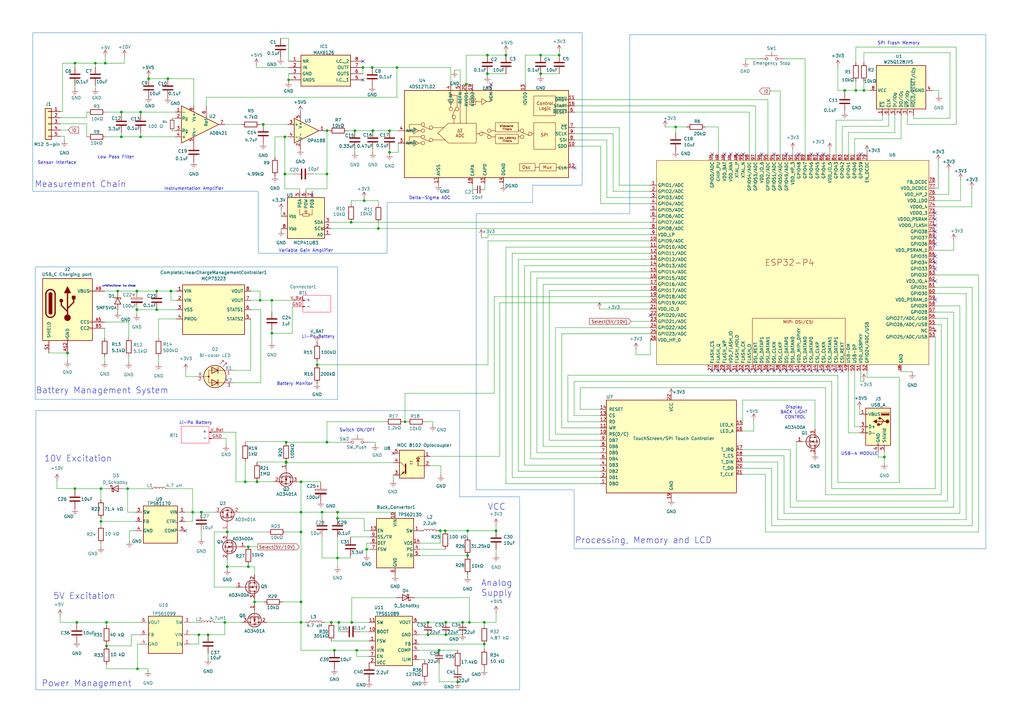
<source format=kicad_sch>
(kicad_sch (version 20250114) (generator "eeschema") (generator_version "9.0")
  (paper "A3")
  (title_block (title "Mobile Force Verification Unit") (date "2025-11-30") (rev "1.0") (company "Innovatest") (comment 1 "Group 02"))
  (rectangle (start 14.478 109.474) (end 138.43 163.83) (stroke (width 0) (color 33 122 182 1)))
  (text "Switch ON/OFF\n" (at 146.558 176.53 0) (effects (font (size 1.27 1.27))))
  (text "-" (at 84.074 179.832 0) (effects (font (size 1.27 1.27))))
  (text "Battery Monitor" (at 120.904 157.48 0) (effects (font (size 1.27 1.27))))
  (text "Li-Po Battery\n" (at 130.556 138.176 0) (effects (font (size 1.27 1.27))))
  (text "USB-A MODULE\n" (at 352.552 186.182 0) (effects (font (size 1.27 1.27))))
  (text "5V Excitation\n" (at 34.544 244.602 0) (effects (font (size 2.54 2.54))))
  (text "+" (at 83.947 177.165 0) (effects (font (size 1.27 1.27))))
  (text "10V Excitation" (at 32.004 188.214 0) (effects (font (size 2.54 2.54))))
  (text "Measurement Chain\n" (at 33.02 75.692 0) (effects (font (size 2.54 2.54))))
  (text "Processing, Memory and LCD" (at 263.906 221.742 0) (effects (font (size 2.54 2.54))))
  (text "Power Management" (at 35.56 280.416 0) (effects (font (size 2.54 2.54))))
  (text "Low Pass Filter\n" (at 47.498 64.516 0) (effects (font (size 1.27 1.27))))
  (text "Li-Po Battery\n" (at 80.264 173.482 0) (effects (font (size 1.27 1.27))))
  (text "unidirectional tvs diode" (at 48.768 117.348 0) (effects (font (size 0.762 0.762))))
  (text "Variable Gain Amplifier\n" (at 125.476 102.87 0) (effects (font (size 1.27 1.27))))
  (text "Instrumentation Amplifier" (at 79.502 77.47 0) (effects (font (size 1.27 1.27))))
  (text "Display \nBACK LIGHT \nCONTROL\n" (at 326.136 169.164 0) (effects (font (size 1.27 1.27))))
  (text "VCC\n" (at 203.708 208.026 0) (effects (font (size 2.54 2.54))))
  (text "Analog\nSupply\n" (at 203.708 241.3 0) (effects (font (size 2.54 2.54))))
  (text "SPI Flash Memory\n" (at 368.554 17.78 0) (effects (font (size 1.27 1.27))))
  (text "Battery Management System" (at 41.91 160.274 0) (effects (font (size 2.54 2.54))))
  (text "-" (at 126.492 125.984 0) (effects (font (size 1.27 1.27))))
  (text "+" (at 126.492 123.19 0) (effects (font (size 1.27 1.27))))
  (text "Sensor Interface" (at 23.368 66.802 0) (effects (font (size 1.27 1.27))))
  (text "Delta-Sigma ADC" (at 176.276 81.28 0) (effects (font (size 1.27 1.27))))
  (text_box "" (at 124.206 121.158 0) (size 11.43 6.858) (margins 0.9525 0.9525 0.9525 0.9525) (stroke (width 0) (color 255 18 58 1)) (effects (font (size 1.27 1.27)) (justify left top)))
  (text_box "" (at 74.295 181.737 0) (size 11.43 -6.858) (margins 0.9525 0.9525 0.9525 0.9525) (stroke (width 0) (color 255 18 58 1)) (effects (font (size 1.27 1.27)) (justify left top)))
  (junction (at 354.33 37.084))
  (junction (at 351.028 37.084))
  (junction (at 138.43 212.598))
  (junction (at 105.41 197.612))
  (junction (at 111.506 136.652))
  (junction (at 43.688 264.922))
  (junction (at 123.444 246.888))
  (junction (at 198.628 255.27))
  (junction (at 138.43 210.058))
  (junction (at 64.262 127))
  (junction (at 162.814 27.686))
  (junction (at 39.116 25.908))
  (junction (at 123.444 210.058))
  (junction (at 166.116 172.974))
  (junction (at 64.262 119.38))
  (junction (at 101.854 232.41))
  (junction (at 182.88 255.27))
  (junction (at 92.202 255.27))
  (junction (at 43.18 25.908))
  (junction (at 117.348 181.356))
  (junction (at 277.114 52.07))
  (junction (at 134.112 181.356))
  (junction (at 57.658 45.974))
  (junction (at 52.324 200.406))
  (junction (at 43.688 255.27))
  (junction (at 229.362 22.606))
  (junction (at 180.594 217.678))
  (junction (at 138.43 228.854))
  (junction (at 56.134 127))
  (junction (at 175.514 255.27))
  (junction (at 123.444 218.186))
  (junction (at 82.55 210.058))
  (junction (at 57.658 56.134))
  (junction (at 101.854 224.282))
  (junction (at 175.514 260.35))
  (junction (at 198.628 264.16))
  (junction (at 221.742 22.606))
  (junction (at 207.518 22.606))
  (junction (at 146.304 266.7))
  (junction (at 221.742 30.226))
  (junction (at 130.048 149.606))
  (junction (at 152.654 27.686))
  (junction (at 138.938 255.27))
  (junction (at 191.262 34.544))
  (junction (at 93.218 232.41))
  (junction (at 137.16 266.7))
  (junction (at 49.784 45.974))
  (junction (at 56.134 119.38))
  (junction (at 106.68 123.19))
  (junction (at 135.89 255.27))
  (junction (at 68.834 32.258))
  (junction (at 132.08 210.058))
  (junction (at 49.784 56.134))
  (junction (at 134.112 53.594))
  (junction (at 30.734 25.908))
  (junction (at 144.272 255.27))
  (junction (at 155.194 93.726))
  (junction (at 30.734 200.406))
  (junction (at 159.766 53.594))
  (junction (at 60.96 32.258))
  (junction (at 70.104 119.38))
  (junction (at 159.766 62.484))
  (junction (at 199.898 22.606))
  (junction (at 27.686 144.78))
  (junction (at 107.95 51.054))
  (junction (at 346.456 37.084))
  (junction (at 199.898 30.226))
  (junction (at 104.394 246.888))
  (junction (at 123.444 197.612))
  (junction (at 111.506 123.19))
  (junction (at 134.112 71.374))
  (junction (at 145.542 53.594))
  (junction (at 117.348 189.738))
  (junction (at 144.018 91.186))
  (junction (at 118.364 32.766))
  (junction (at 191.77 217.678))
  (junction (at 85.344 260.35))
  (junction (at 100.584 197.612))
  (junction (at 48.26 119.38))
  (junction (at 150.368 225.298))
  (junction (at 81.534 260.35))
  (junction (at 203.454 217.678))
  (junction (at 191.77 227.838))
  (junction (at 182.88 260.35))
  (junction (at 41.402 213.868))
  (junction (at 192.532 255.27))
  (junction (at 187.706 279.654))
  (junction (at 93.218 218.186))
  (junction (at 31.496 255.27))
  (junction (at 148.844 27.686))
  (junction (at 117.348 189.484))
  (junction (at 116.84 71.374))
  (junction (at 362.712 187.452))
  (junction (at 149.352 82.296))
  (junction (at 123.444 255.27))
  (junction (at 116.84 56.134))
  (junction (at 41.402 200.406))
  (junction (at 78.994 210.058))
  (junction (at 152.908 53.594))
  (junction (at 56.388 274.32))
  (junction (at 189.738 255.27))
  (junction (at 182.626 217.678))
  (junction (at 180.086 266.7))
  (no_connect (at 294.64 152.146))
  (no_connect (at 332.74 152.146))
  (no_connect (at 309.88 152.146))
  (no_connect (at 161.29 185.928))
  (no_connect (at 297.18 63.246))
  (no_connect (at 383.54 100.076))
  (no_connect (at 383.54 89.916))
  (no_connect (at 304.8 63.246))
  (no_connect (at 383.54 92.456))
  (no_connect (at 307.34 152.146))
  (no_connect (at 345.44 152.146))
  (no_connect (at 332.74 63.246))
  (no_connect (at 383.54 107.696))
  (no_connect (at 312.42 152.146))
  (no_connect (at 317.5 63.246))
  (no_connect (at 292.1 63.246))
  (no_connect (at 312.42 63.246))
  (no_connect (at 340.36 152.146))
  (no_connect (at 266.7 129.286))
  (no_connect (at 322.58 152.146))
  (no_connect (at 299.72 63.246))
  (no_connect (at 320.04 152.146))
  (no_connect (at 353.06 63.246))
  (no_connect (at 128.016 80.01))
  (no_connect (at 383.54 110.236))
  (no_connect (at 330.2 152.146))
  (no_connect (at 235.712 68.834))
  (no_connect (at 383.54 94.996))
  (no_connect (at 304.8 152.146))
  (no_connect (at 322.58 63.246))
  (no_connect (at 383.54 97.536))
  (no_connect (at 383.54 87.376))
  (no_connect (at 383.54 122.936))
  (no_connect (at 325.12 152.146))
  (no_connect (at 302.26 152.146))
  (no_connect (at 75.946 217.678))
  (no_connect (at 292.1 152.146))
  (no_connect (at 335.28 63.246))
  (no_connect (at 383.54 115.316))
  (no_connect (at 297.18 152.146))
  (no_connect (at 302.26 63.246))
  (no_connect (at 327.66 152.146))
  (no_connect (at 148.844 25.146))
  (no_connect (at 314.96 152.146))
  (no_connect (at 299.72 152.146))
  (no_connect (at 342.9 152.146))
  (no_connect (at 148.844 32.766))
  (no_connect (at 317.5 152.146))
  (no_connect (at 335.28 152.146))
  (no_connect (at 327.66 63.246))
  (no_connect (at 201.422 34.544))
  (no_connect (at 383.54 105.156))
  (no_connect (at 337.82 152.146))
  (no_connect (at 337.82 63.246))
  (wire (pts (xy 85.344 267.97) (xy 85.344 270.256)))
  (wire (pts (xy 123.444 266.7) (xy 137.16 266.7)))
  (wire (pts (xy 251.46 78.486) (xy 266.7 78.486)))
  (wire (pts (xy 248.92 81.026) (xy 248.92 57.404)))
  (wire (pts (xy 326.644 181.102) (xy 326.644 205.486)))
  (wire (pts (xy 56.134 127) (xy 64.262 127)))
  (wire (pts (xy 172.212 217.678) (xy 172.466 217.678)))
  (wire (pts (xy 355.6 154.686) (xy 368.808 154.686)))
  (wire (pts (xy 49.784 56.134) (xy 57.658 56.134)))
  (wire (pts (xy 372.11 51.054) (xy 392.176 51.054)))
  (wire (pts (xy 43.18 23.114) (xy 43.18 25.908)))
  (wire (pts (xy 198.628 255.27) (xy 198.628 256.54)))
  (wire (pts (xy 266.7 83.566) (xy 246.38 83.566)))
  (wire (pts (xy 150.368 225.298) (xy 150.368 227.584)))
  (wire (pts (xy 35.56 48.26) (xy 24.892 48.26)))
  (wire (pts (xy 175.514 255.27) (xy 182.88 255.27)))
  (wire (pts (xy 134.112 77.47) (xy 125.476 77.47)))
  (wire (pts (xy 138.938 255.27) (xy 144.272 255.27)))
  (wire (pts (xy 401.32 112.776) (xy 401.32 218.186)))
  (wire (pts (xy 53.848 264.922) (xy 43.688 264.922)))
  (wire (pts (xy 144.272 255.27) (xy 151.384 255.27)))
  (wire (pts (xy 174.244 271.018) (xy 174.244 270.51)))
  (wire (pts (xy 144.018 83.566) (xy 144.018 82.296)))
  (wire (pts (xy 222.758 183.134) (xy 246.126 183.134)))
  (wire (pts (xy 115.316 93.726) (xy 115.316 94.488)))
  (wire (pts (xy 246.126 198.374) (xy 207.518 198.374)))
  (wire (pts (xy 305.816 24.13) (xy 311.404 24.13)))
  (wire (pts (xy 230.378 136.906) (xy 230.378 175.514)))
  (wire (pts (xy 362.712 187.452) (xy 362.712 189.992)))
  (wire (pts (xy 93.218 218.186) (xy 93.218 219.202)))
  (wire (pts (xy 246.126 193.294) (xy 212.598 193.294)))
  (wire (pts (xy 90.932 177.292) (xy 96.774 177.292)))
  (wire (pts (xy 134.112 71.374) (xy 134.112 77.47)))
  (wire (pts (xy 153.924 181.356) (xy 153.924 182.372)))
  (wire (pts (xy 192.532 245.11) (xy 192.532 255.27)))
  (wire (pts (xy 199.898 31.242) (xy 199.898 30.226)))
  (wire (pts (xy 345.44 51.816) (xy 364.49 51.816)))
  (wire (pts (xy 92.202 255.27) (xy 92.202 260.35)))
  (wire (pts (xy 115.062 15.748) (xy 118.364 15.748)))
  (wire (pts (xy 341.122 156.464) (xy 341.122 200.406)))
  (wire (pts (xy 152.908 61.214) (xy 152.908 62.484)))
  (wire (pts (xy 35.56 50.8) (xy 24.892 50.8)))
  (wire (pts (xy 42.926 119.38) (xy 48.26 119.38)))
  (wire (pts (xy 57.658 45.974) (xy 71.882 45.974)))
  (wire (pts (xy 78.994 200.406) (xy 69.088 200.406)))
  (wire (pts (xy 137.16 266.7) (xy 146.304 266.7)))
  (wire (pts (xy 383.54 102.616) (xy 391.16 102.616)))
  (wire (pts (xy 204.978 124.206) (xy 266.7 124.206)))
  (wire (pts (xy 102.87 123.19) (xy 106.68 123.19)))
  (wire (pts (xy 207.518 101.346) (xy 207.518 198.374)))
  (wire (pts (xy 117.348 181.356) (xy 117.348 181.61)))
  (wire (pts (xy 351.028 37.084) (xy 354.33 37.084)))
  (wire (pts (xy 119.888 125.73) (xy 119.888 136.652)))
  (wire (pts (xy 95.758 151.892) (xy 102.87 151.892)))
  (wire (pts (xy 266.7 139.446) (xy 266.7 145.542)))
  (wire (pts (xy 81.28 255.27) (xy 77.978 255.27)))
  (wire (pts (xy 369.57 152.4) (xy 369.57 152.146)))
  (wire (pts (xy 227.838 134.366) (xy 266.7 134.366)))
  (wire (pts (xy 159.766 62.992) (xy 159.766 62.484)))
  (wire (pts (xy 198.628 274.574) (xy 198.628 273.812)))
  (wire (pts (xy 150.368 222.758) (xy 150.368 225.298)))
  (wire (pts (xy 105.41 189.738) (xy 105.41 189.484)))
  (wire (pts (xy 152.908 53.594) (xy 159.766 53.594)))
  (wire (pts (xy 362.712 187.452) (xy 360.172 187.452)))
  (wire (pts (xy 191.262 22.606) (xy 191.262 34.544)))
  (wire (pts (xy 198.882 75.184) (xy 198.882 77.724)))
  (wire (pts (xy 43.688 264.922) (xy 43.688 264.16)))
  (wire (pts (xy 51.054 25.908) (xy 43.18 25.908)))
  (wire (pts (xy 56.134 127) (xy 56.134 129.032)))
  (wire (pts (xy 96.774 197.612) (xy 100.584 197.612)))
  (wire (pts (xy 106.934 127) (xy 106.934 156.972)))
  (wire (pts (xy 81.534 260.35) (xy 77.978 260.35)))
  (wire (pts (xy 321.564 186.944) (xy 321.564 210.566)))
  (wire (pts (xy 343.662 27.178) (xy 343.662 37.084)))
  (wire (pts (xy 24.892 53.34) (xy 27.94 53.34)))
  (wire (pts (xy 235.712 45.974) (xy 307.34 45.974)))
  (wire (pts (xy 180.594 217.678) (xy 180.594 222.758)))
  (wire (pts (xy 159.766 62.484) (xy 163.322 62.484)))
  (wire (pts (xy 354.33 33.274) (xy 354.33 37.084)))
  (wire (pts (xy 229.362 21.082) (xy 229.362 22.606)))
  (wire (pts (xy 227.838 178.054) (xy 227.838 134.366)))
  (wire (pts (xy 56.388 264.16) (xy 56.388 274.32)))
  (wire (pts (xy 146.304 269.24) (xy 146.304 266.7)))
  (wire (pts (xy 138.43 220.218) (xy 138.43 228.854)))
  (wire (pts (xy 143.764 228.092) (xy 143.764 228.854)))
  (wire (pts (xy 204.978 124.206) (xy 204.978 187.198)))
  (wire (pts (xy 142.494 53.594) (xy 145.542 53.594)))
  (wire (pts (xy 171.704 260.35) (xy 175.514 260.35)))
  (wire (pts (xy 30.734 200.914) (xy 30.734 200.406)))
  (wire (pts (xy 118.364 32.766) (xy 118.364 30.226)))
  (wire (pts (xy 26.416 55.88) (xy 26.416 57.658)))
  (wire (pts (xy 396.24 120.396) (xy 396.24 213.106)))
  (wire (pts (xy 232.918 153.924) (xy 343.662 153.924)))
  (wire (pts (xy 325.12 61.214) (xy 325.12 63.246)))
  (wire (pts (xy 60.706 274.32) (xy 56.388 274.32)))
  (wire (pts (xy 108.204 246.888) (xy 104.394 246.888)))
  (wire (pts (xy 24.638 255.27) (xy 31.496 255.27)))
  (wire (pts (xy 57.658 264.16) (xy 56.388 264.16)))
  (wire (pts (xy 100.584 181.102) (xy 117.348 181.102)))
  (wire (pts (xy 130.048 140.462) (xy 130.048 140.716)))
  (wire (pts (xy 35.56 45.974) (xy 35.814 45.974)))
  (wire (pts (xy 123.444 246.888) (xy 123.444 255.27)))
  (wire (pts (xy 76.2 151.892) (xy 76.2 154.432)))
  (wire (pts (xy 180.086 217.678) (xy 180.594 217.678)))
  (wire (pts (xy 96.774 240.792) (xy 87.884 240.792)))
  (wire (pts (xy 347.98 177.546) (xy 352.552 177.546)))
  (wire (pts (xy 132.08 210.058) (xy 138.43 210.058)))
  (wire (pts (xy 235.458 156.464) (xy 341.122 156.464)))
  (wire (pts (xy 138.43 228.854) (xy 143.764 228.854)))
  (wire (pts (xy 111.506 135.382) (xy 111.506 136.652)))
  (wire (pts (xy 101.854 224.282) (xy 100.838 224.282)))
  (wire (pts (xy 246.126 195.834) (xy 210.058 195.834)))
  (wire (pts (xy 207.518 21.336) (xy 207.518 22.606)))
  (wire (pts (xy 235.712 40.894) (xy 314.96 40.894)))
  (wire (pts (xy 41.402 224.282) (xy 41.402 223.012)))
  (wire (pts (xy 383.54 79.756) (xy 389.128 79.756)))
  (wire (pts (xy 123.444 210.058) (xy 132.08 210.058)))
  (wire (pts (xy 221.742 30.988) (xy 221.742 30.226)))
  (wire (pts (xy 68.834 32.258) (xy 79.502 32.258)))
  (wire (pts (xy 106.68 119.38) (xy 106.68 123.19)))
  (wire (pts (xy 149.352 81.28) (xy 149.352 82.296)))
  (wire (pts (xy 304.546 192.024) (xy 316.484 192.024)))
  (wire (pts (xy 246.126 172.974) (xy 232.918 172.974)))
  (wire (pts (xy 42.926 132.08) (xy 52.832 132.08)))
  (wire (pts (xy 383.54 112.776) (xy 401.32 112.776)))
  (wire (pts (xy 220.218 185.674) (xy 246.126 185.674)))
  (wire (pts (xy 60.96 39.878) (xy 60.96 39.624)))
  (wire (pts (xy 343.662 37.084) (xy 346.456 37.084)))
  (wire (pts (xy 304.546 189.484) (xy 319.024 189.484)))
  (wire (pts (xy 246.126 178.054) (xy 227.838 178.054)))
  (wire (pts (xy 116.84 56.134) (xy 112.776 56.134)))
  (wire (pts (xy 57.658 45.974) (xy 57.658 46.736)))
  (wire (pts (xy 309.118 176.784) (xy 309.118 172.212)))
  (wire (pts (xy 191.262 34.544) (xy 193.802 34.544)))
  (wire (pts (xy 246.126 170.434) (xy 235.458 170.434)))
  (wire (pts (xy 338.582 159.004) (xy 338.582 202.946)))
  (wire (pts (xy 200.152 98.806) (xy 266.7 98.806)))
  (wire (pts (xy 111.506 123.19) (xy 119.888 123.19)))
  (wire (pts (xy 104.394 232.41) (xy 101.854 232.41)))
  (wire (pts (xy 354.33 155.956) (xy 354.33 156.464)))
  (wire (pts (xy 217.678 111.506) (xy 217.678 188.214)))
  (wire (pts (xy 134.112 172.974) (xy 134.112 181.356)))
  (wire (pts (xy 383.54 120.396) (xy 396.24 120.396)))
  (wire (pts (xy 203.454 251.206) (xy 203.454 255.27)))
  (wire (pts (xy 307.34 45.974) (xy 307.34 63.246)))
  (wire (pts (xy 187.706 274.32) (xy 187.706 274.574)))
  (wire (pts (xy 319.024 213.106) (xy 396.24 213.106)))
  (wire (pts (xy 203.454 217.678) (xy 203.454 215.392)))
  (wire (pts (xy 48.26 128.016) (xy 48.26 127.254)))
  (wire (pts (xy 118.364 33.528) (xy 118.364 32.766)))
  (wire (pts (xy 76.2 154.432) (xy 80.518 154.432)))
  (wire (pts (xy 176.53 187.198) (xy 204.978 187.198)))
  (wire (pts (xy 102.87 127) (xy 106.934 127)))
  (wire (pts (xy 132.08 220.218) (xy 132.08 228.854)))
  (wire (pts (xy 84.582 39.878) (xy 84.582 43.434)))
  (wire (pts (xy 122.936 77.47) (xy 116.84 77.47)))
  (wire (pts (xy 398.526 77.216) (xy 398.526 84.836)))
  (wire (pts (xy 346.456 45.974) (xy 346.456 45.466)))
  (wire (pts (xy 313.944 194.564) (xy 313.944 218.186)))
  (wire (pts (xy 391.16 98.552) (xy 391.16 102.616)))
  (wire (pts (xy 393.7 125.476) (xy 393.7 210.566)))
  (wire (pts (xy 42.926 134.62) (xy 42.926 138.684)))
  (wire (pts (xy 304.546 176.784) (xy 309.118 176.784)))
  (wire (pts (xy 393.954 82.296) (xy 393.954 73.66)))
  (wire (pts (xy 191.77 217.678) (xy 191.77 220.218)))
  (wire (pts (xy 70.612 48.514) (xy 71.882 48.514)))
  (wire (pts (xy 20.066 144.78) (xy 27.686 144.78)))
  (wire (pts (xy 361.95 49.276) (xy 361.95 47.244)))
  (wire (pts (xy 133.096 255.27) (xy 135.89 255.27)))
  (wire (pts (xy 138.43 228.854) (xy 138.43 232.41)))
  (wire (pts (xy 104.394 246.888) (xy 104.394 247.65)))
  (wire (pts (xy 215.138 108.966) (xy 266.7 108.966)))
  (wire (pts (xy 100.584 197.612) (xy 105.41 197.612)))
  (wire (pts (xy 122.428 197.612) (xy 123.444 197.612)))
  (wire (pts (xy 260.858 143.256) (xy 260.858 145.542)))
  (wire (pts (xy 151.892 225.298) (xy 150.368 225.298)))
  (wire (pts (xy 93.218 229.362) (xy 93.218 232.41)))
  (wire (pts (xy 324.104 208.026) (xy 391.16 208.026)))
  (wire (pts (xy 389.636 21.59) (xy 389.636 48.514)))
  (wire (pts (xy 31.496 255.27) (xy 43.688 255.27)))
  (wire (pts (xy 188.722 28.702) (xy 188.722 34.544)))
  (wire (pts (xy 144.272 245.11) (xy 144.272 255.27)))
  (wire (pts (xy 341.122 200.406) (xy 383.54 200.406)))
  (wire (pts (xy 155.194 91.44) (xy 155.194 93.726)))
  (wire (pts (xy 30.734 200.406) (xy 23.368 200.406)))
  (wire (pts (xy 23.368 200.406) (xy 23.368 197.104)))
  (wire (pts (xy 24.892 55.88) (xy 26.416 55.88)))
  (wire (pts (xy 93.218 232.41) (xy 101.854 232.41)))
  (wire (pts (xy 30.734 35.052) (xy 30.734 36.322)))
  (wire (pts (xy 246.126 167.894) (xy 237.998 167.894)))
  (wire (pts (xy 49.784 45.974) (xy 49.784 46.736)))
  (wire (pts (xy 207.518 101.346) (xy 266.7 101.346)))
  (wire (pts (xy 143.764 220.472) (xy 143.764 220.218)))
  (wire (pts (xy 343.662 197.866) (xy 368.808 197.866)))
  (wire (pts (xy 65.024 130.81) (xy 65.024 138.684)))
  (wire (pts (xy 191.262 22.606) (xy 199.898 22.606)))
  (wire (pts (xy 128.016 80.01) (xy 128.016 78.486)))
  (wire (pts (xy 65.024 146.304) (xy 65.024 149.098)))
  (wire (pts (xy 118.11 56.134) (xy 116.84 56.134)))
  (wire (pts (xy 115.316 86.106) (xy 115.316 88.646)))
  (wire (pts (xy 117.348 189.484) (xy 117.348 189.23)))
  (wire (pts (xy 148.844 27.686) (xy 148.844 30.226)))
  (wire (pts (xy 105.156 26.67) (xy 105.156 27.686)))
  (wire (pts (xy 212.598 106.426) (xy 212.598 193.294)))
  (wire (pts (xy 115.062 23.876) (xy 115.062 23.368)))
  (wire (pts (xy 105.156 27.686) (xy 118.364 27.686)))
  (wire (pts (xy 229.362 22.606) (xy 221.742 22.606)))
  (wire (pts (xy 362.712 187.452) (xy 362.712 185.166)))
  (wire (pts (xy 182.88 260.35) (xy 189.738 260.35)))
  (wire (pts (xy 85.344 260.35) (xy 81.534 260.35)))
  (wire (pts (xy 41.402 200.406) (xy 41.402 204.978)))
  (wire (pts (xy 55.626 217.678) (xy 53.086 217.678)))
  (wire (pts (xy 207.518 30.226) (xy 199.898 30.226)))
  (wire (pts (xy 98.298 210.058) (xy 123.444 210.058)))
  (wire (pts (xy 232.918 172.974) (xy 232.918 153.924)))
  (wire (pts (xy 215.392 22.606) (xy 221.742 22.606)))
  (wire (pts (xy 367.03 54.356) (xy 367.03 47.244)))
  (wire (pts (xy 182.626 217.678) (xy 191.77 217.678)))
  (wire (pts (xy 320.04 63.246) (xy 320.04 37.338)))
  (wire (pts (xy 122.936 77.47) (xy 122.936 78.486)))
  (wire (pts (xy 374.142 152.4) (xy 374.142 152.908)))
  (wire (pts (xy 330.2 63.246) (xy 330.2 24.13)))
  (wire (pts (xy 353.06 152.146) (xy 353.06 156.464)))
  (wire (pts (xy 53.086 217.678) (xy 53.086 221.996)))
  (wire (pts (xy 225.298 119.126) (xy 225.298 180.594)))
  (wire (pts (xy 315.722 37.338) (xy 320.04 37.338)))
  (wire (pts (xy 222.758 116.586) (xy 266.7 116.586)))
  (wire (pts (xy 105.41 189.484) (xy 117.348 189.484)))
  (wire (pts (xy 186.436 28.702) (xy 188.722 28.702)))
  (wire (pts (xy 149.352 217.678) (xy 149.352 212.598)))
  (wire (pts (xy 217.678 111.506) (xy 266.7 111.506)))
  (wire (pts (xy 70.104 119.38) (xy 72.39 119.38)))
  (wire (pts (xy 52.324 210.058) (xy 55.626 210.058)))
  (wire (pts (xy 197.358 97.536) (xy 197.358 96.774)))
  (wire (pts (xy 82.55 210.312) (xy 82.55 210.058)))
  (wire (pts (xy 235.712 52.324) (xy 254 52.324)))
  (wire (pts (xy 138.43 210.058) (xy 138.43 212.598)))
  (wire (pts (xy 171.704 266.7) (xy 180.086 266.7)))
  (wire (pts (xy 82.55 210.058) (xy 78.994 210.058)))
  (wire (pts (xy 81.534 264.16) (xy 77.978 264.16)))
  (wire (pts (xy 235.712 43.434) (xy 309.88 43.434)))
  (wire (pts (xy 212.598 106.426) (xy 266.7 106.426)))
  (wire (pts (xy 147.828 259.08) (xy 151.384 259.08)))
  (wire (pts (xy 184.912 27.686) (xy 184.912 34.544)))
  (wire (pts (xy 42.926 146.304) (xy 42.926 148.336)))
  (wire (pts (xy 245.872 126.746) (xy 266.7 126.746)))
  (wire (pts (xy 275.336 161.544) (xy 275.336 162.052)))
  (wire (pts (xy 230.378 136.906) (xy 266.7 136.906)))
  (wire (pts (xy 123.444 210.058) (xy 123.444 218.186)))
  (wire (pts (xy 143.764 220.218) (xy 151.892 220.218)))
  (wire (pts (xy 60.96 32.258) (xy 68.834 32.258)))
  (wire (pts (xy 355.6 152.146) (xy 355.6 154.686)))
  (wire (pts (xy 354.33 21.59) (xy 389.636 21.59)))
  (wire (pts (xy 294.64 52.07) (xy 294.64 63.246)))
  (wire (pts (xy 84.582 39.878) (xy 162.814 39.878)))
  (wire (pts (xy 117.348 189.738) (xy 117.348 189.484)))
  (wire (pts (xy 133.35 53.594) (xy 134.112 53.594)))
  (wire (pts (xy 146.304 266.7) (xy 151.384 266.7)))
  (wire (pts (xy 180.848 191.008) (xy 180.848 194.818)))
  (wire (pts (xy 117.348 189.738) (xy 117.348 189.992)))
  (wire (pts (xy 49.784 54.356) (xy 49.784 56.134)))
  (wire (pts (xy 217.678 188.214) (xy 246.126 188.214)))
  (wire (pts (xy 31.496 255.27) (xy 31.496 255.778)))
  (wire (pts (xy 52.832 146.05) (xy 52.832 148.59)))
  (wire (pts (xy 138.43 210.058) (xy 162.052 210.058)))
  (wire (pts (xy 64.262 127) (xy 72.39 127)))
  (wire (pts (xy 203.454 225.298) (xy 203.454 227.584)))
  (wire (pts (xy 343.662 153.924) (xy 343.662 197.866)))
  (wire (pts (xy 392.176 51.054) (xy 392.176 19.304)))
  (wire (pts (xy 31.496 262.89) (xy 31.496 263.398)))
  (wire (pts (xy 237.998 167.894) (xy 237.998 159.004)))
  (wire (pts (xy 104.394 232.41) (xy 104.394 235.712)))
  (wire (pts (xy 140.208 259.08) (xy 138.938 259.08)))
  (wire (pts (xy 172.212 225.298) (xy 182.626 225.298)))
  (wire (pts (xy 55.626 213.868) (xy 41.402 213.868)))
  (wire (pts (xy 347.98 63.246) (xy 347.98 54.356)))
  (wire (pts (xy 235.712 54.864) (xy 251.46 54.864)))
  (wire (pts (xy 132.08 228.854) (xy 138.43 228.854)))
  (wire (pts (xy 93.218 232.41) (xy 93.218 233.426)))
  (wire (pts (xy 172.212 227.838) (xy 191.77 227.838)))
  (wire (pts (xy 134.112 53.594) (xy 134.112 71.374)))
  (wire (pts (xy 149.352 82.296) (xy 144.018 82.296)))
  (wire (pts (xy 100.584 181.61) (xy 100.584 181.102)))
  (wire (pts (xy 316.484 192.024) (xy 316.484 215.646)))
  (wire (pts (xy 351.028 25.654) (xy 351.028 19.304)))
  (wire (pts (xy 383.54 84.836) (xy 398.526 84.836)))
  (wire (pts (xy 35.56 56.134) (xy 35.56 50.8)))
  (wire (pts (xy 346.456 37.846) (xy 346.456 37.084)))
  (wire (pts (xy 372.11 47.244) (xy 372.11 51.054)))
  (wire (pts (xy 229.362 22.606) (xy 229.362 22.86)))
  (wire (pts (xy 60.706 275.082) (xy 60.706 274.32)))
  (wire (pts (xy 92.202 51.054) (xy 99.06 51.054)))
  (wire (pts (xy 321.564 210.566) (xy 393.7 210.566)))
  (wire (pts (xy 198.628 264.16) (xy 198.628 266.192)))
  (wire (pts (xy 260.858 145.542) (xy 266.7 145.542)))
  (wire (pts (xy 304.546 184.404) (xy 324.104 184.404)))
  (wire (pts (xy 220.218 114.046) (xy 220.218 185.674)))
  (wire (pts (xy 340.36 61.214) (xy 340.36 63.246)))
  (wire (pts (xy 384.81 66.04) (xy 384.81 77.216)))
  (wire (pts (xy 246.38 83.566) (xy 246.38 59.944)))
  (wire (pts (xy 92.71 179.832) (xy 92.71 182.626)))
  (wire (pts (xy 78.994 213.868) (xy 75.946 213.868)))
  (wire (pts (xy 166.116 161.29) (xy 166.116 172.974)))
  (wire (pts (xy 70.612 53.594) (xy 71.882 53.594)))
  (wire (pts (xy 175.514 260.35) (xy 182.88 260.35)))
  (wire (pts (xy 79.502 32.258) (xy 79.502 43.434)))
  (wire (pts (xy 350.52 175.006) (xy 352.552 175.006)))
  (wire (pts (xy 123.444 218.186) (xy 123.444 246.888)))
  (wire (pts (xy 57.658 56.134) (xy 71.882 56.134)))
  (wire (pts (xy 146.304 269.24) (xy 151.384 269.24)))
  (wire (pts (xy 166.116 172.974) (xy 166.878 172.974)))
  (wire (pts (xy 111.506 123.19) (xy 111.506 127.762)))
  (wire (pts (xy 102.87 130.81) (xy 102.87 151.892)))
  (wire (pts (xy 230.378 175.514) (xy 246.126 175.514)))
  (wire (pts (xy 72.39 130.81) (xy 65.024 130.81)))
  (wire (pts (xy 25.654 25.908) (xy 30.734 25.908)))
  (wire (pts (xy 353.06 156.464) (xy 354.33 156.464)))
  (wire (pts (xy 210.058 103.886) (xy 210.058 195.834)))
  (wire (pts (xy 180.086 279.654) (xy 187.706 279.654)))
  (wire (pts (xy 41.402 212.598) (xy 41.402 213.868)))
  (wire (pts (xy 93.218 218.186) (xy 93.218 217.678)))
  (wire (pts (xy 78.994 210.058) (xy 75.946 210.058)))
  (wire (pts (xy 162.814 27.686) (xy 162.814 39.878)))
  (wire (pts (xy 347.98 152.146) (xy 347.98 177.546)))
  (wire (pts (xy 388.62 130.556) (xy 383.54 130.556)))
  (wire (pts (xy 155.194 93.726) (xy 266.7 93.726)))
  (wire (pts (xy 191.77 235.712) (xy 191.77 236.474)))
  (wire (pts (xy 117.348 218.186) (xy 123.444 218.186)))
  (wire (pts (xy 254 75.946) (xy 266.7 75.946)))
  (wire (pts (xy 191.77 217.678) (xy 203.454 217.678)))
  (wire (pts (xy 383.54 117.856) (xy 398.78 117.856)))
  (wire (pts (xy 374.142 152.4) (xy 369.57 152.4)))
  (wire (pts (xy 53.848 264.922) (xy 53.848 260.35)))
  (wire (pts (xy 391.16 128.016) (xy 383.54 128.016)))
  (wire (pts (xy 330.2 24.13) (xy 321.564 24.13)))
  (wire (pts (xy 134.112 53.594) (xy 134.874 53.594)))
  (wire (pts (xy 350.52 56.896) (xy 369.57 56.896)))
  (wire (pts (xy 277.114 52.07) (xy 277.114 54.356)))
  (wire (pts (xy 87.884 218.186) (xy 87.884 240.792)))
  (wire (pts (xy 117.348 181.356) (xy 117.348 181.102)))
  (wire (pts (xy 189.738 255.27) (xy 192.532 255.27)))
  (wire (pts (xy 200.152 96.266) (xy 266.7 96.266)))
  (wire (pts (xy 220.218 114.046) (xy 266.7 114.046)))
  (wire (pts (xy 180.086 272.034) (xy 180.086 279.654)))
  (wire (pts (xy 48.26 119.38) (xy 48.26 119.634)))
  (wire (pts (xy 111.506 136.652) (xy 111.506 140.462)))
  (wire (pts (xy 304.546 194.564) (xy 313.944 194.564)))
  (wire (pts (xy 277.114 52.07) (xy 281.686 52.07)))
  (wire (pts (xy 324.104 184.404) (xy 324.104 208.026)))
  (wire (pts (xy 116.84 71.374) (xy 120.65 71.374)))
  (wire (pts (xy 258.826 131.826) (xy 266.7 131.826)))
  (wire (pts (xy 70.104 123.19) (xy 70.104 119.38)))
  (wire (pts (xy 138.43 212.598) (xy 149.352 212.598)))
  (wire (pts (xy 43.434 200.406) (xy 41.402 200.406)))
  (wire (pts (xy 43.688 255.27) (xy 43.688 256.54)))
  (wire (pts (xy 391.16 128.016) (xy 391.16 208.026)))
  (wire (pts (xy 398.78 117.856) (xy 398.78 215.646)))
  (wire (pts (xy 304.546 186.944) (xy 321.564 186.944)))
  (wire (pts (xy 135.636 91.186) (xy 144.018 91.186)))
  (wire (pts (xy 251.46 54.864) (xy 251.46 78.486)))
  (wire (pts (xy 225.298 180.594) (xy 246.126 180.594)))
  (wire (pts (xy 78.994 210.058) (xy 78.994 200.406)))
  (wire (pts (xy 151.892 217.678) (xy 149.352 217.678)))
  (wire (pts (xy 144.018 91.186) (xy 266.7 91.186)))
  (wire (pts (xy 309.88 63.246) (xy 309.88 43.434)))
  (wire (pts (xy 177.546 174.244) (xy 177.546 172.974)))
  (wire (pts (xy 93.218 218.186) (xy 109.728 218.186)))
  (wire (pts (xy 368.808 197.866) (xy 368.808 154.686)))
  (wire (pts (xy 88.9 255.27) (xy 92.202 255.27)))
  (wire (pts (xy 171.704 264.16) (xy 198.628 264.16)))
  (wire (pts (xy 106.68 51.054) (xy 107.95 51.054)))
  (wire (pts (xy 131.572 197.866) (xy 131.572 197.612)))
  (wire (pts (xy 53.848 260.35) (xy 57.658 260.35)))
  (wire (pts (xy 346.456 37.084) (xy 351.028 37.084)))
  (wire (pts (xy 24.638 255.27) (xy 24.638 252.73)))
  (wire (pts (xy 60.96 31.496) (xy 60.96 32.258)))
  (wire (pts (xy 165.608 172.974) (xy 166.116 172.974)))
  (wire (pts (xy 326.644 205.486) (xy 388.62 205.486)))
  (wire (pts (xy 95.758 156.972) (xy 106.934 156.972)))
  (wire (pts (xy 182.88 255.27) (xy 189.738 255.27)))
  (wire (pts (xy 35.56 45.974) (xy 35.56 48.26)))
  (wire (pts (xy 229.362 30.226) (xy 221.742 30.226)))
  (wire (pts (xy 176.53 191.008) (xy 180.848 191.008)))
  (wire (pts (xy 49.784 45.974) (xy 57.658 45.974)))
  (wire (pts (xy 162.814 27.686) (xy 184.912 27.686)))
  (wire (pts (xy 43.434 56.134) (xy 49.784 56.134)))
  (wire (pts (xy 200.152 149.606) (xy 200.152 98.806)))
  (wire (pts (xy 123.444 255.27) (xy 125.476 255.27)))
  (wire (pts (xy 138.938 255.27) (xy 138.938 259.08)))
  (wire (pts (xy 123.444 255.27) (xy 123.444 266.7)))
  (wire (pts (xy 161.29 194.818) (xy 161.29 197.104)))
  (wire (pts (xy 148.844 27.686) (xy 152.654 27.686)))
  (wire (pts (xy 177.546 172.974) (xy 174.498 172.974)))
  (wire (pts (xy 383.54 133.096) (xy 386.08 133.096)))
  (wire (pts (xy 354.33 25.654) (xy 354.33 21.59)))
  (wire (pts (xy 351.028 33.274) (xy 351.028 37.084)))
  (wire (pts (xy 222.758 116.586) (xy 222.758 183.134)))
  (wire (pts (xy 383.54 138.176) (xy 383.54 200.406)))
  (wire (pts (xy 389.128 69.85) (xy 389.128 79.756)))
  (wire (pts (xy 235.712 57.404) (xy 248.92 57.404)))
  (wire (pts (xy 105.41 197.358) (xy 105.41 197.612)))
  (wire (pts (xy 43.688 274.32) (xy 56.388 274.32)))
  (wire (pts (xy 52.324 200.406) (xy 52.324 210.058)))
  (wire (pts (xy 388.62 130.556) (xy 388.62 205.486)))
  (wire (pts (xy 386.08 133.096) (xy 386.08 202.946)))
  (wire (pts (xy 162.56 245.11) (xy 144.272 245.11)))
  (wire (pts (xy 364.49 51.816) (xy 364.49 47.244)))
  (wire (pts (xy 52.832 132.08) (xy 52.832 138.43)))
  (wire (pts (xy 159.766 62.484) (xy 159.766 61.214)))
  (wire (pts (xy 109.474 255.27) (xy 123.444 255.27)))
  (wire (pts (xy 82.55 220.98) (xy 82.55 217.932)))
  (wire (pts (xy 191.77 228.092) (xy 191.77 227.838)))
  (wire (pts (xy 123.444 197.612) (xy 123.444 210.058)))
  (wire (pts (xy 374.65 48.514) (xy 374.65 47.244)))
  (wire (pts (xy 179.832 75.692) (xy 179.832 75.184)))
  (wire (pts (xy 82.55 210.058) (xy 88.138 210.058)))
  (wire (pts (xy 39.116 27.432) (xy 39.116 25.908)))
  (wire (pts (xy 385.064 37.084) (xy 385.064 39.116)))
  (wire (pts (xy 202.692 121.666) (xy 202.692 161.29)))
  (wire (pts (xy 104.394 245.872) (xy 104.394 246.888)))
  (wire (pts (xy 116.84 77.47) (xy 116.84 71.374)))
  (wire (pts (xy 159.766 53.594) (xy 163.322 53.594)))
  (wire (pts (xy 225.298 119.126) (xy 266.7 119.126)))
  (wire (pts (xy 117.348 189.738) (xy 161.29 189.738)))
  (wire (pts (xy 314.96 63.246) (xy 314.96 40.894)))
  (wire (pts (xy 235.712 59.944) (xy 246.38 59.944)))
  (wire (pts (xy 131.572 197.612) (xy 123.444 197.612)))
  (wire (pts (xy 87.884 218.186) (xy 93.218 218.186)))
  (wire (pts (xy 61.468 200.406) (xy 52.324 200.406)))
  (wire (pts (xy 157.988 172.974) (xy 134.112 172.974)))
  (wire (pts (xy 313.944 218.186) (xy 401.32 218.186)))
  (wire (pts (xy 316.484 215.646) (xy 398.78 215.646)))
  (wire (pts (xy 355.6 63.246) (xy 355.6 62.23)))
  (wire (pts (xy 166.116 161.29) (xy 202.692 161.29)))
  (wire (pts (xy 52.324 200.406) (xy 51.054 200.406)))
  (wire (pts (xy 203.454 255.27) (xy 198.628 255.27)))
  (wire (pts (xy 207.518 22.606) (xy 199.898 22.606)))
  (wire (pts (xy 101.854 224.282) (xy 105.664 224.282)))
  (wire (pts (xy 334.264 164.084) (xy 334.264 176.022)))
  (wire (pts (xy 200.152 97.536) (xy 197.358 97.536)))
  (wire (pts (xy 304.546 164.084) (xy 334.264 164.084)))
  (wire (pts (xy 162.052 235.458) (xy 162.052 235.966)))
  (wire (pts (xy 155.194 82.296) (xy 149.352 82.296)))
  (wire (pts (xy 30.734 25.908) (xy 39.116 25.908)))
  (wire (pts (xy 43.688 255.27) (xy 57.658 255.27)))
  (wire (pts (xy 152.654 27.686) (xy 162.814 27.686)))
  (wire (pts (xy 342.9 63.246) (xy 342.9 49.276)))
  (wire (pts (xy 163.322 62.484) (xy 163.322 58.674)))
  (wire (pts (xy 151.638 181.356) (xy 153.924 181.356)))
  (wire (pts (xy 393.7 125.476) (xy 383.54 125.476)))
  (wire (pts (xy 202.692 121.666) (xy 266.7 121.666)))
  (wire (pts (xy 135.89 255.27) (xy 138.938 255.27)))
  (wire (pts (xy 117.348 181.356) (xy 134.112 181.356)))
  (wire (pts (xy 215.138 108.966) (xy 215.138 190.754)))
  (wire (pts (xy 25.654 45.72) (xy 24.892 45.72)))
  (wire (pts (xy 101.854 232.41) (xy 101.854 231.648)))
  (wire (pts (xy 155.194 83.82) (xy 155.194 82.296)))
  (wire (pts (xy 41.402 213.868) (xy 41.402 215.392)))
  (wire (pts (xy 116.84 56.134) (xy 116.84 71.374)))
  (wire (pts (xy 51.054 23.114) (xy 51.054 25.908)))
  (wire (pts (xy 39.116 35.052) (xy 39.116 36.322)))
  (wire (pts (xy 57.658 54.356) (xy 57.658 56.134)))
  (wire (pts (xy 107.95 51.054) (xy 118.11 51.054)))
  (wire (pts (xy 383.54 82.296) (xy 393.954 82.296)))
  (wire (pts (xy 186.436 29.21) (xy 186.436 28.702)))
  (wire (pts (xy 354.33 37.084) (xy 356.87 37.084)))
  (wire (pts (xy 70.104 123.19) (xy 72.39 123.19)))
  (wire (pts (xy 43.434 45.974) (xy 49.784 45.974)))
  (wire (pts (xy 30.734 25.908) (xy 30.734 27.432)))
  (wire (pts (xy 145.542 53.594) (xy 152.908 53.594)))
  (wire (pts (xy 254 52.324) (xy 254 75.946)))
  (wire (pts (xy 64.262 119.38) (xy 70.104 119.38)))
  (wire (pts (xy 351.028 19.304) (xy 392.176 19.304)))
  (wire (pts (xy 305.816 25.146) (xy 305.816 24.13)))
  (wire (pts (xy 43.688 272.542) (xy 43.688 274.32)))
  (wire (pts (xy 119.888 136.652) (xy 111.506 136.652)))
  (wire (pts (xy 85.344 260.35) (xy 92.202 260.35)))
  (wire (pts (xy 35.56 56.134) (xy 35.814 56.134)))
  (wire (pts (xy 338.582 202.946) (xy 386.08 202.946)))
  (wire (pts (xy 272.796 52.07) (xy 277.114 52.07)))
  (wire (pts (xy 128.27 71.374) (xy 134.112 71.374)))
  (wire (pts (xy 145.542 62.484) (xy 145.542 61.214)))
  (wire (pts (xy 132.08 210.058) (xy 132.08 212.598)))
  (wire (pts (xy 360.172 187.452) (xy 360.172 185.166)))
  (wire (pts (xy 48.26 119.38) (xy 56.134 119.38)))
  (wire (pts (xy 382.27 37.084) (xy 385.064 37.084)))
  (wire (pts (xy 206.502 75.946) (xy 206.502 75.184)))
  (wire (pts (xy 100.584 189.23) (xy 100.584 197.612)))
  (wire (pts (xy 187.706 279.654) (xy 187.706 279.908)))
  (wire (pts (xy 96.774 197.612) (xy 96.774 177.292)))
  (wire (pts (xy 304.546 164.084) (xy 304.546 174.244)))
  (wire (pts (xy 347.98 54.356) (xy 367.03 54.356)))
  (wire (pts (xy 135.636 93.726) (xy 155.194 93.726)))
  (wire (pts (xy 170.18 245.11) (xy 192.532 245.11)))
  (wire (pts (xy 319.024 189.484) (xy 319.024 213.106)))
  (wire (pts (xy 171.704 255.27) (xy 175.514 255.27)))
  (wire (pts (xy 130.048 148.336) (xy 130.048 149.606)))
  (wire (pts (xy 369.57 47.244) (xy 369.57 56.896)))
  (wire (pts (xy 180.086 266.7) (xy 180.086 266.954)))
  (wire (pts (xy 266.7 81.026) (xy 248.92 81.026)))
  (wire (pts (xy 350.52 152.146) (xy 350.52 175.006)))
  (wire (pts (xy 112.776 56.134) (xy 112.776 64.516)))
  (wire (pts (xy 235.458 170.434) (xy 235.458 156.464)))
  (wire (pts (xy 115.824 246.888) (xy 123.444 246.888)))
  (wire (pts (xy 345.44 63.246) (xy 345.44 51.816)))
  (wire (pts (xy 192.532 255.27) (xy 198.628 255.27)))
  (wire (pts (xy 78.994 210.058) (xy 78.994 213.868)))
  (wire (pts (xy 180.086 266.7) (xy 187.706 266.7)))
  (wire (pts (xy 56.134 119.38) (xy 64.262 119.38)))
  (wire (pts (xy 102.87 119.38) (xy 106.68 119.38)))
  (wire (pts (xy 125.476 77.47) (xy 125.476 78.486)))
  (wire (pts (xy 180.594 222.758) (xy 172.212 222.758)))
  (wire (pts (xy 342.9 49.276) (xy 361.95 49.276)))
  (wire (pts (xy 25.654 25.908) (xy 25.654 45.72)))
  (wire (pts (xy 200.152 97.536) (xy 200.152 96.266)))
  (wire (pts (xy 81.534 260.35) (xy 81.534 264.16)))
  (wire (pts (xy 289.306 52.07) (xy 294.64 52.07)))
  (wire (pts (xy 106.68 123.19) (xy 111.506 123.19)))
  (wire (pts (xy 90.932 179.832) (xy 92.71 179.832)))
  (wire (pts (xy 174.244 270.51) (xy 171.704 270.51)))
  (wire (pts (xy 135.89 262.89) (xy 151.384 262.89)))
  (wire (pts (xy 39.116 25.908) (xy 43.18 25.908)))
  (wire (pts (xy 237.998 159.004) (xy 338.582 159.004)))
  (wire (pts (xy 352.552 169.926) (xy 352.552 167.386)))
  (wire (pts (xy 180.594 217.678) (xy 182.626 217.678)))
  (wire (pts (xy 215.138 190.754) (xy 246.126 190.754)))
  (wire (pts (xy 210.058 103.886) (xy 266.7 103.886)))
  (wire (pts (xy 101.854 224.028) (xy 101.854 224.282)))
  (wire (pts (xy 41.402 200.406) (xy 30.734 200.406)))
  (wire (pts (xy 151.892 222.758) (xy 150.368 222.758)))
  (wire (pts (xy 383.54 77.216) (xy 384.81 77.216)))
  (wire (pts (xy 134.112 181.356) (xy 141.478 181.356)))
  (wire (pts (xy 215.392 22.606) (xy 215.392 34.544)))
  (wire (pts (xy 118.364 15.748) (xy 118.364 25.146)))
  (wire (pts (xy 350.52 63.246) (xy 350.52 56.896)))
  (wire (pts (xy 112.268 197.612) (xy 105.41 197.612)))
  (wire (pts (xy 92.202 255.27) (xy 99.314 255.27)))
  (wire (pts (xy 389.636 48.514) (xy 374.65 48.514)))
  (wire (pts (xy 27.686 144.78) (xy 27.686 148.082)))
  (wire (pts (xy 193.802 75.438) (xy 193.802 77.724)))
  (wire (pts (xy 130.048 149.606) (xy 200.152 149.606)))
  (global_label "Select(5V{slash}10V)" (shape output) (at 105.664 224.282 0) (property "Intersheetrefs" "${INTERSHEET_REFS}" (effects (hide yes))))
  (global_label "Select(5V{slash}10V)" (shape input) (at 258.826 131.826 180) (property "Intersheetrefs" "${INTERSHEET_REFS}" (effects (hide yes))))
  (global_label "ID" (shape output) (at 315.722 37.338 180) (property "Intersheetrefs" "${INTERSHEET_REFS}" (effects (hide yes))))
  (global_label "ID" (shape input) (at 27.94 53.34 0) (property "Intersheetrefs" "${INTERSHEET_REFS}" (effects (hide yes))))
  (rule_area (polyline (pts (xy 238.76 75.946) (xy 218.44 75.946) (xy 218.44 83.058) (xy 158.75 83.058) (xy 158.75 103.886) (xy 106.172 103.886) (xy 105.918 103.632) (xy 105.918 78.74) (xy 105.664 78.486) (xy 13.462 78.486) (xy 13.462 13.462) (xy 238.76 13.462)) (stroke (width 0) (color 33 122 182 1))))
  (rule_area (polyline (pts (xy 213.106 282.956) (xy 213.106 203.708) (xy 188.468 203.708) (xy 188.468 168.402) (xy 14.732 168.402) (xy 14.732 282.956)) (stroke (width 0) (color 33 122 182 1))))
  (rule_area (polyline (pts (xy 404.368 14.224) (xy 258.318 14.224) (xy 258.318 87.63) (xy 195.326 87.63) (xy 195.326 200.914) (xy 235.458 200.914) (xy 235.458 220.98) (xy 235.458 221.742) (xy 235.458 225.044) (xy 238.506 225.044) (xy 404.368 225.044) (xy 404.368 220.218)) (stroke (width 0) (color 33 122 182 1))))
  (symbol (lib_id "power:GNDREF") (at 374.142 152.908 0) (unit 1)
    (property "Reference" "#PWR057" (effects (hide yes)))
    (property "Value" "GND" (at 374.142 157.988 0))
    (property "Description" "Power symbol creates a global label with name \"GNDREF\" , reference supply ground" (effects (hide yes)))
  )
  (symbol (lib_id "power:GNDREF") (at 26.416 57.658 0) (unit 1)
    (property "Reference" "#PWR023" (effects (hide yes)))
    (property "Value" "GND" (at 26.416 62.738 0))
    (property "Description" "Power symbol creates a global label with name \"GNDREF\" , reference supply ground" (effects (hide yes)))
  )
  (symbol (lib_id "power:GNDREF") (at 137.16 274.32 0) (unit 1)
    (property "Reference" "#PWR089" (effects (hide yes)))
    (property "Value" "GND" (at 137.16 278.638 0))
    (property "Description" "Power symbol creates a global label with name \"GNDREF\" , reference supply ground" (effects (hide yes)))
  )
  (symbol (lib_id "power:GNDREF") (at 68.834 39.878 0) (unit 1)
    (property "Reference" "#PWR019" (effects (hide yes)))
    (property "Value" "GND" (at 71.882 42.418 0))
    (property "Description" "Power symbol creates a global label with name \"GNDREF\" , reference supply ground" (effects (hide yes)))
  )
  (symbol (lib_id "Device:C") (at 107.95 54.864 0) (unit 1)
    (property "Reference" "C14" (at 101.346 54.356 0) (effects (justify left)))
    (property "Value" "4.7uF" (at 100.33 57.404 0) (effects (justify left)))
    (property "Description" "Unpolarized capacitor" (effects (hide yes)))
  )
  (symbol (lib_id "power:GNDREF") (at 275.336 204.724 0) (mirror y) (unit 1)
    (property "Reference" "#PWR071" (effects (hide yes)))
    (property "Value" "GND" (at 275.336 209.804 0))
    (property "Description" "Power symbol creates a global label with name \"GNDREF\" , reference supply ground" (effects (hide yes)))
  )
  (symbol (lib_id "power:GNDREF") (at 189.738 260.096 0) (unit 1)
    (property "Reference" "#PWR086" (effects (hide yes)))
    (property "Value" "GND" (at 186.182 262.128 0))
    (property "Description" "Power symbol creates a global label with name \"GNDREF\" , reference supply ground" (effects (hide yes)))
  )
  (symbol (lib_id "Driver_LED:TPS61165DBV") (at 65.786 215.138 0) (mirror y) (unit 1)
    (property "Reference" "U9" (at 65.278 204.724 0))
    (property "Value" "TPS61170" (at 65.278 206.502 0))
    (property "Footprint" "Package_TO_SOT_SMD:SOT-23-6" (effects (hide yes)))
    (property "Datasheet" "https://www.ti.com/lit/ds/symlink/tps61165.pdf" (effects (hide yes)))
    (property "Description" "High-Brightness, White LED Driver, 3V to 18V input voltage range, internal switch, constant current, up to 38V/1.2A output, SOT-23-6" (effects (hide yes)))
  )
  (symbol (lib_id "Regulator_Switching:TPS62130") (at 162.052 222.758 0) (unit 1)
    (property "Reference" "Buck_Convertor1" (at 154.432 208.026 0) (effects (justify left)))
    (property "Value" "TPS62130" (at 163.322 211.074 0) (effects (justify left)))
    (property "Footprint" "Package_DFN_QFN:VQFN-16-1EP_3x3mm_P0.5mm_EP1.68x1.68mm_ThermalVias" (effects (hide yes)))
    (property "Datasheet" "http://www.ti.com/lit/ds/symlink/tps62130.pdf" (effects (hide yes)))
    (property "Description" "3A Step-Down Converter with DCS-Control, Adjustable Output Voltage, 3-17V Input Voltage, QFN-16" (effects (hide yes)))
  )
  (symbol (lib_id "Device:C") (at 229.362 26.416 0) (mirror y) (unit 1)
    (property "Reference" "C5" (at 233.426 24.13 0) (effects (justify left)))
    (property "Value" "10uF" (at 228.854 28.702 0) (effects (justify left)))
    (property "Description" "Unpolarized capacitor" (effects (hide yes)))
  )
  (symbol (lib_id "power:GNDREF") (at 150.368 227.584 0) (unit 1)
    (property "Reference" "#PWR078" (effects (hide yes)))
    (property "Value" "GND" (at 150.368 231.394 0))
    (property "Description" "Power symbol creates a global label with name \"GNDREF\" , reference supply ground" (effects (hide yes)))
  )
  (symbol (lib_id "Device:C_Small") (at 180.086 269.494 0) (unit 1)
    (property "Reference" "C38" (at 176.276 267.97 0) (effects (justify left)))
    (property "Value" "22uF" (at 175.26 271.272 0) (effects (justify left)))
    (property "Description" "Unpolarized capacitor, small symbol" (effects (hide yes)))
  )
  (symbol (lib_id "Transistor_FET:AO3401A") (at 104.394 252.73 90) (mirror x) (unit 1)
    (property "Reference" "Q6" (at 100.838 252.476 90) (effects (justify left)))
    (property "Value" "AO3401A" (at 108.712 258.826 90) (effects (justify left)))
    (property "Footprint" "Package_TO_SOT_SMD:SOT-23" (effects (hide yes)))
    (property "Datasheet" "http://www.aosmd.com/pdfs/datasheet/AO3401A.pdf" (effects (hide yes)))
    (property "Description" "-4.0A Id, -30V Vds, P-Channel MOSFET, SOT-23" (effects (hide yes)))
  )
  (symbol (lib_id "power:GNDREF") (at 52.832 148.59 0) (unit 1)
    (property "Reference" "#PWR054" (effects (hide yes)))
    (property "Value" "GND" (at 52.832 153.67 0))
    (property "Description" "Power symbol creates a global label with name \"GNDREF\" , reference supply ground" (effects (hide yes)))
  )
  (symbol (lib_id "power:GNDREF") (at 177.546 174.244 0) (unit 1)
    (property "Reference" "#PWR063" (effects (hide yes)))
    (property "Value" "GND" (at 181.102 176.276 0))
    (property "Description" "Power symbol creates a global label with name \"GNDREF\" , reference supply ground" (effects (hide yes)))
  )
  (symbol (lib_id "power:VCC") (at 340.36 61.214 0) (unit 1)
    (property "Reference" "#PWR027" (effects (hide yes)))
    (property "Value" "+3V3" (at 335.534 58.166 0))
    (property "Description" "Power symbol creates a global label with name \"VCC\"" (effects (hide yes)))
  )
  (symbol (lib_id "Regulator_Switching:TPS61089") (at 161.544 262.89 0) (unit 1)
    (property "Reference" "U11" (at 155.448 249.174 0))
    (property "Value" "TPS61089" (at 159.004 251.714 0))
    (property "Footprint" "Package_DFN_QFN:Texas_VQFN-RNR0011A-11" (effects (hide yes)))
    (property "Datasheet" "http://www.ti.com/lit/ds/symlink/tps61089.pdf" (effects (hide yes)))
    (property "Description" "7A Boost Converters, Adjustable output voltage (PFM), input 2.7 to 12V , output 4.5 to 12.6V, VQFN-11" (effects (hide yes)))
  )
  (symbol (lib_id "Device:C_Polarized") (at 131.572 201.676 0) (unit 1)
    (property "Reference" "C25" (at 125.73 199.39 0) (effects (justify left)))
    (property "Value" "100uF" (at 125.476 203.962 0) (effects (justify left)))
    (property "Description" "Polarized capacitor" (effects (hide yes)))
  )
  (symbol (lib_id "Device:L") (at 85.09 255.27 270) (mirror x) (unit 1)
    (property "Reference" "4.7uH1" (at 89.408 253.492 90))
    (property "Value" "L2" (at 81.534 254 90))
    (property "Description" "Inductor" (effects (hide yes)))
  )
  (symbol (lib_id "power:GNDREF") (at 362.712 189.992 0) (mirror y) (unit 1)
    (property "Reference" "#PWR067" (effects (hide yes)))
    (property "Value" "GND" (at 362.712 195.072 0))
    (property "Description" "Power symbol creates a global label with name \"GNDREF\" , reference supply ground" (effects (hide yes)))
  )
  (symbol (lib_id "Device:R") (at 198.628 260.35 0) (unit 1)
    (property "Reference" "R32" (at 200.914 259.0799 0) (effects (justify left)))
    (property "Value" "4.87 kΩ" (at 200.914 261.6199 0) (effects (justify left)))
    (property "Description" "Resistor" (effects (hide yes)))
  )
  (symbol (lib_id "power:GNDREF") (at 191.77 236.474 0) (unit 1)
    (property "Reference" "#PWR083" (effects (hide yes)))
    (property "Value" "GND" (at 191.77 241.554 0))
    (property "Description" "Power symbol creates a global label with name \"GNDREF\" , reference supply ground" (effects (hide yes)))
  )
  (symbol (lib_id "Device:L") (at 176.276 217.678 90) (unit 1)
    (property "Reference" "L2" (at 176.276 212.09 90))
    (property "Value" "2.2uH" (at 176.276 214.63 90))
    (property "Description" "Inductor" (effects (hide yes)))
  )
  (symbol (lib_id "power:VCC") (at 355.6 62.23 0) (unit 1)
    (property "Reference" "#PWR029" (effects (hide yes)))
    (property "Value" "+3V3" (at 358.394 61.722 0))
    (property "Description" "Power symbol creates a global label with name \"VCC\"" (effects (hide yes)))
  )
  (symbol (lib_id "Connector_Generic:Conn_01x05") (at 19.812 50.8 0) (mirror y) (unit 1)
    (property "Reference" "J1" (at 19.812 42.672 0))
    (property "Value" "M12 5-pin" (at 19.304 59.182 0))
    (property "Description" "Generic connector, single row, 01x05, script generated (kicad-library-utils/schlib/autogen/connector/)" (effects (hide yes)))
  )
  (symbol (lib_id "Device:R") (at 198.628 270.002 0) (unit 1)
    (property "Reference" "R34" (at 200.914 268.7319 0) (effects (justify left)))
    (property "Value" "10 kΩ" (at 200.914 271.2719 0) (effects (justify left)))
    (property "Description" "Resistor" (effects (hide yes)))
  )
  (symbol (lib_id "power:GNDREF") (at 27.686 148.082 0) (unit 1)
    (property "Reference" "#PWR052" (effects (hide yes)))
    (property "Value" "GND" (at 27.686 152.654 0))
    (property "Description" "Power symbol creates a global label with name \"GNDREF\" , reference supply ground" (effects (hide yes)))
  )
  (symbol (lib_id "Device:R") (at 101.854 227.838 0) (unit 1)
    (property "Reference" "R27" (at 98.552 228.092 0))
    (property "Value" "10kΩ" (at 105.664 227.584 0))
    (property "Description" "Resistor" (effects (hide yes)))
  )
  (symbol (lib_id "power:VCC") (at 354.33 155.956 0) (unit 1)
    (property "Reference" "#PWR058" (effects (hide yes)))
    (property "Value" "+3V3" (at 355.092 157.734 0))
    (property "Description" "Power symbol creates a global label with name \"VCC\"" (effects (hide yes)))
  )
  (symbol (lib_id "power:GNDREF") (at 123.19 61.214 0) (unit 1)
    (property "Reference" "#PWR025" (effects (hide yes)))
    (property "Value" "GND" (at 123.19 66.294 0))
    (property "Description" "Power symbol creates a global label with name \"GNDREF\" , reference supply ground" (effects (hide yes)))
  )
  (symbol (lib_id "power:GNDREF") (at 115.062 23.876 0) (unit 1)
    (property "Reference" "#PWR05" (effects (hide yes)))
    (property "Value" "GND" (at 111.506 26.416 0))
    (property "Description" "Power symbol creates a global label with name \"GNDREF\" , reference supply ground" (effects (hide yes)))
  )
  (symbol (lib_id "Device:C") (at 30.734 31.242 0) (unit 1)
    (property "Reference" "C6" (at 26.67 29.21 0) (effects (justify left)))
    (property "Value" "0.1uF" (at 30.988 33.528 0) (effects (justify left)))
    (property "Description" "Unpolarized capacitor" (effects (hide yes)))
  )
  (symbol (lib_id "Transistor_FET:AO3401A") (at 93.218 212.598 90) (unit 1)
    (property "Reference" "Q3" (at 92.71 206.502 90) (effects (justify left)))
    (property "Value" "AO3401A" (at 104.902 213.106 90) (effects (justify left)))
    (property "Footprint" "Package_TO_SOT_SMD:SOT-23" (effects (hide yes)))
    (property "Datasheet" "http://www.aosmd.com/pdfs/datasheet/AO3401A.pdf" (effects (hide yes)))
    (property "Description" "-4.0A Id, -30V Vds, P-Channel MOSFET, SOT-23" (effects (hide yes)))
  )
  (symbol (lib_id "Device:C") (at 137.16 270.51 0) (unit 1)
    (property "Reference" "C39" (at 131.064 270.51 0) (effects (justify left)))
    (property "Value" "10uF" (at 139.446 270.51 0) (effects (justify left)))
    (property "Description" "Unpolarized capacitor" (effects (hide yes)))
  )
  (symbol (lib_id "Device:R") (at 138.684 53.594 270) (unit 1)
    (property "Reference" "R7" (at 138.684 49.276 90))
    (property "Value" "10kΩ" (at 138.684 51.562 90))
    (property "Description" "Resistor" (effects (hide yes)))
  )
  (symbol (lib_id "MAX6126A30+T:MAX6126A30+T") (at 118.364 25.146 0) (unit 1)
    (property "Reference" "IC1" (at 132.842 19.05 0))
    (property "Value" "MAX6126" (at 132.842 21.59 0))
    (property "Footprint" "SOP65P490X110-8N" (effects (hide yes)))
    (property "Datasheet" "https://datasheets.maximintegrated.com/en/ds/MAX6126.pdf" (effects (hide yes)))
    (property "Description" "Voltage References Ultra-High-Precision Ultra-Low-Noise" (effects (hide yes)))
    (property "Height" "1.1" (effects (hide yes)))
    (property "Mouser Part Number" "700-MAX6126A30T" (effects (hide yes)))
    (property "Mouser Price/Stock" "https://www.mouser.co.uk/ProductDetail/Analog-Devices-Maxim-Integrated/MAX6126A30%2bT?qs=GxOUx7aO6nz7u5ex3tMmZQ%3D%3D" (effects (hide yes)))
    (property "Manufacturer_Name" "Analog Devices" (effects (hide yes)))
    (property "Manufacturer_Part_Number" "MAX6126A30+T" (effects (hide yes)))
  )
  (symbol (lib_id "power:GNDREF") (at 153.924 182.372 0) (mirror y) (unit 1)
    (property "Reference" "#PWR064" (effects (hide yes)))
    (property "Value" "GND" (at 154.686 186.69 0))
    (property "Description" "Power symbol creates a global label with name \"GNDREF\" , reference supply ground" (effects (hide yes)))
  )
  (symbol (lib_id "power:VCC") (at 123.19 45.974 0) (unit 1)
    (property "Reference" "#PWR020" (effects (hide yes)))
    (property "Value" "+5V5" (at 120.396 41.91 0) (effects (justify left)))
    (property "Description" "Power symbol creates a global label with name \"VCC\"" (effects (hide yes)))
  )
  (symbol (lib_id "Transistor_FET:AO3400A") (at 95.758 224.282 0) (mirror y) (unit 1)
    (property "Reference" "Q4" (at 91.694 222.25 0) (effects (justify left)))
    (property "Value" "AO3400A" (at 103.886 220.98 0) (effects (justify left)))
    (property "Footprint" "Package_TO_SOT_SMD:SOT-23" (effects (hide yes)))
    (property "Datasheet" "http://www.aosmd.com/pdfs/datasheet/AO3400A.pdf" (effects (hide yes)))
    (property "Description" "30V Vds, 5.7A Id, Logic-Level N-Channel MOSFET, SOT-23" (effects (hide yes)))
  )
  (symbol (lib_id "power:VCC") (at 229.362 21.082 0) (mirror y) (unit 1)
    (property "Reference" "#PWR01" (effects (hide yes)))
    (property "Value" "+3V3" (at 229.362 17.018 0))
    (property "Description" "Power symbol creates a global label with name \"VCC\"" (effects (hide yes)))
  )
  (symbol (lib_id "power:GNDREF") (at 159.766 62.992 0) (unit 1)
    (property "Reference" "#PWR032" (effects (hide yes)))
    (property "Value" "GND" (at 159.766 68.072 0))
    (property "Description" "Power symbol creates a global label with name \"GNDREF\" , reference supply ground" (effects (hide yes)))
  )
  (symbol (lib_id "Device:R") (at 39.624 45.974 270) (unit 1)
    (property "Reference" "R3" (at 39.624 43.688 90))
    (property "Value" "10kΩ" (at 39.878 48.768 90))
    (property "Description" "Resistor" (effects (hide yes)))
  )
  (symbol (lib_id "Amplifier_Operational:OPA188xxDBV") (at 125.73 53.594 0) (unit 1)
    (property "Reference" "U3" (at 126.238 49.53 0))
    (property "Value" "OPA188" (at 129.794 57.658 0))
    (property "Footprint" "Package_TO_SOT_SMD:TSOT-23-5" (effects (hide yes)))
    (property "Datasheet" "http://www.ti.com/lit/ds/symlink/opa188.pdf" (effects (hide yes)))
    (property "Description" "Zero-Drift, Precision, Low-Noise, Rail-to-Rail Output, 36-V Operational Amplifier, TSOT-23-5" (effects (hide yes)))
  )
  (symbol (lib_id "Device:R") (at 285.496 52.07 90) (unit 1)
    (property "Reference" "R6" (at 286.004 49.784 90))
    (property "Value" "20kΩ" (at 287.02 54.864 90))
    (property "Description" "Resistor" (effects (hide yes)))
  )
  (symbol (lib_id "Device:C") (at 82.55 214.122 0) (mirror y) (unit 1)
    (property "Reference" "C27" (at 85.852 211.836 0) (effects (justify left)))
    (property "Value" "10uF" (at 87.63 216.408 0) (effects (justify left)))
    (property "Description" "Unpolarized capacitor" (effects (hide yes)))
  )
  (symbol (lib_id "Device:R") (at 351.028 29.464 0) (unit 1)
    (property "Reference" "R1" (at 346.456 29.464 0) (effects (justify left)))
    (property "Value" "10kΩ" (at 345.186 32.766 0) (effects (justify left)))
    (property "Description" "Resistor" (effects (hide yes)))
  )
  (symbol (lib_id "Device:R") (at 182.626 221.488 0) (unit 1)
    (property "Reference" "R25" (at 176.784 220.218 0) (effects (justify left)))
    (property "Value" "100 kΩ" (at 184.15 220.218 0) (effects (justify left)))
    (property "Description" "Resistor" (effects (hide yes)))
  )
  (symbol (lib_id "Device:C") (at 152.908 57.404 0) (unit 1)
    (property "Reference" "C16" (at 148.844 55.372 0) (effects (justify left)))
    (property "Value" "0.47uF" (at 146.304 59.944 0) (effects (justify left)))
    (property "Description" "Unpolarized capacitor" (effects (hide yes)))
  )
  (symbol (lib_id "Device:C") (at 277.114 58.166 0) (unit 1)
    (property "Reference" "C18" (at 280.416 56.8959 0) (effects (justify left)))
    (property "Value" "10uF" (at 280.416 59.4359 0) (effects (justify left)))
    (property "Description" "Unpolarized capacitor" (effects (hide yes)))
  )
  (symbol (lib_id "Transistor_FET:AO3400A") (at 331.724 181.102 0) (unit 1)
    (property "Reference" "Q1" (at 328.676 177.546 0) (effects (justify left)))
    (property "Value" "AO3400A" (at 321.818 175.26 0) (effects (justify left)))
    (property "Footprint" "Package_TO_SOT_SMD:SOT-23" (effects (hide yes)))
    (property "Datasheet" "http://www.aosmd.com/pdfs/datasheet/AO3400A.pdf" (effects (hide yes)))
    (property "Description" "30V Vds, 5.7A Id, N-Channel MOSFET, SOT-23" (effects (hide yes)))
  )
  (symbol (lib_id "power:GNDREF") (at 187.706 279.908 0) (unit 1)
    (property "Reference" "#PWR094" (effects (hide yes)))
    (property "Value" "GND" (at 184.15 281.686 0))
    (property "Description" "Power symbol creates a global label with name \"GNDREF\" , reference supply ground" (effects (hide yes)))
  )
  (symbol (lib_id "Connector:Conn_01x02_Pin") (at 85.852 177.292 0) (unit 1)
    (property "Reference" "Connector2" (effects (hide yes)))
    (property "Value" "BT1" (at 71.374 178.562 0))
    (property "Description" "Generic connector, single row, 01x02, script generated" (effects (hide yes)))
  )
  (symbol (lib_id "Device:LED_Dual_KAK") (at 88.138 154.432 0) (unit 1)
    (property "Reference" "D2" (at 88.2015 143.256 0))
    (property "Value" "Bi-color LED" (at 88.2015 145.796 0))
    (property "Description" "Dual LED, common anode on pin 2" (effects (hide yes)))
  )
  (symbol (lib_id "power:VCC") (at 149.352 81.28 0) (unit 1)
    (property "Reference" "#PWR041" (effects (hide yes)))
    (property "Value" "+3V3" (at 149.098 77.47 0))
    (property "Description" "Power symbol creates a global label with name \"VCC\"" (effects (hide yes)))
  )
  (symbol (lib_id "power:VCC") (at 197.358 96.774 0) (unit 1)
    (property "Reference" "#PWR044" (effects (hide yes)))
    (property "Value" "+3V3" (at 200.406 94.996 0))
    (property "Description" "Power symbol creates a global label with name \"VCC\"" (effects (hide yes)))
  )
  (symbol (lib_id "Device:R") (at 174.244 274.828 0) (unit 1)
    (property "Reference" "R36" (at 169.164 274.828 0) (effects (justify left)))
    (property "Value" "127kΩ" (at 166.37 276.606 0) (effects (justify left)))
    (property "Description" "Resistor" (effects (hide yes)))
  )
  (symbol (lib_id "Device:C_Small") (at 182.88 257.81 0) (unit 1)
    (property "Reference" "C33" (at 178.308 256.286 0) (effects (justify left)))
    (property "Value" "22uF" (at 183.388 259.334 0) (effects (justify left)))
    (property "Description" "Unpolarized capacitor, small symbol" (effects (hide yes)))
  )
  (symbol (lib_id "power:GNDREF") (at 162.052 235.966 0) (unit 1)
    (property "Reference" "#PWR082" (effects (hide yes)))
    (property "Value" "GND" (at 162.052 240.538 0))
    (property "Description" "Power symbol creates a global label with name \"GNDREF\" , reference supply ground" (effects (hide yes)))
  )
  (symbol (lib_id "Device:C") (at 221.742 26.416 0) (mirror y) (unit 1)
    (property "Reference" "C4" (at 225.806 24.384 0) (effects (justify left)))
    (property "Value" "0.1uF" (at 221.742 28.702 0) (effects (justify left)))
    (property "Description" "Unpolarized capacitor" (effects (hide yes)))
  )
  (symbol (lib_id "power:GNDREF") (at 79.502 66.294 0) (unit 1)
    (property "Reference" "#PWR034" (effects (hide yes)))
    (property "Value" "GND" (at 79.502 71.374 0))
    (property "Description" "Power symbol creates a global label with name \"GNDREF\" , reference supply ground" (effects (hide yes)))
  )
  (symbol (lib_id "Battery_Management:LGS5500EP") (at 87.63 127 0) (unit 1)
    (property "Reference" "CompleteLinearChargeManagementController1" (at 87.63 111.76 0))
    (property "Value" "MCP73223" (at 87.63 114.3 0))
    (property "Footprint" "Package_SO:SOIC-8-1EP_3.9x4.9mm_P1.27mm_EP2.41x3.3mm" (effects (hide yes)))
    (property "Datasheet" "https://www.lcsc.com/datasheet/lcsc_datasheet_2304071430_Legend-Si-LGS5500EP_C5280699.pdf" (effects (hide yes)))
    (property "Description" "LiPo charger and 5V boost converter, 4.5-5.5V input, 4.2-4.4V battery, 400-1000mA charge current, 800mA boost output, SOIC-8-1EP" (effects (hide yes)))
  )
  (symbol (lib_id "power:VCC") (at 115.316 86.106 0) (unit 1)
    (property "Reference" "#PWR042" (effects (hide yes)))
    (property "Value" "+3.3V" (at 111.252 82.042 0) (effects (justify left)))
    (property "Description" "Power symbol creates a global label with name \"VCC\"" (effects (hide yes)))
  )
  (symbol (lib_id "power:GNDREF") (at 138.43 232.41 0) (unit 1)
    (property "Reference" "#PWR080" (effects (hide yes)))
    (property "Value" "GND" (at 138.43 236.982 0))
    (property "Description" "Power symbol creates a global label with name \"GNDREF\" , reference supply ground" (effects (hide yes)))
  )
  (symbol (lib_id "power:GNDREF") (at 145.542 62.484 0) (unit 1)
    (property "Reference" "#PWR030" (effects (hide yes)))
    (property "Value" "GND" (at 145.542 67.564 0))
    (property "Description" "Power symbol creates a global label with name \"GNDREF\" , reference supply ground" (effects (hide yes)))
  )
  (symbol (lib_id "Device:R") (at 144.018 87.376 180) (unit 1)
    (property "Reference" "R10" (at 139.7 85.598 0))
    (property "Value" "10kΩ" (at 139.192 87.884 0))
    (property "Description" "Resistor" (effects (hide yes)))
  )
  (symbol (lib_id "Device:C") (at 144.018 259.08 90) (unit 1)
    (property "Reference" "C35" (at 142.748 257.81 90) (effects (justify left)))
    (property "Value" "0.1uF" (at 150.368 257.556 90) (effects (justify left)))
    (property "Description" "Unpolarized capacitor" (effects (hide yes)))
  )
  (symbol (lib_id "Device:C") (at 346.456 41.656 0) (unit 1)
    (property "Reference" "C11" (at 339.852 41.148 0) (effects (justify left)))
    (property "Value" "0.1uF" (at 337.82 45.212 0) (effects (justify left)))
    (property "Description" "Unpolarized capacitor" (effects (hide yes)))
  )
  (symbol (lib_id "Device:C") (at 79.502 62.484 0) (unit 1)
    (property "Reference" "C19" (at 72.898 61.976 0) (effects (justify left)))
    (property "Value" "0.1uF" (at 71.882 65.024 0) (effects (justify left)))
    (property "Description" "Unpolarized capacitor" (effects (hide yes)))
  )
  (symbol (lib_id "Device:R") (at 39.624 56.134 90) (unit 1)
    (property "Reference" "R8" (at 39.624 54.102 90))
    (property "Value" "10kΩ" (at 39.624 58.674 90))
    (property "Description" "Resistor" (effects (hide yes)))
  )
  (symbol (lib_id "Device:R") (at 135.89 259.08 180) (unit 1)
    (property "Reference" "R30" (at 130.81 259.08 0) (effects (justify right)))
    (property "Value" "301kΩ" (at 128.524 260.858 0) (effects (justify right)))
    (property "Description" "Resistor" (effects (hide yes)))
  )
  (symbol (lib_id "power:GNDREF") (at 186.436 29.21 0) (unit 1)
    (property "Reference" "#PWR09" (effects (hide yes)))
    (property "Value" "GND" (at 186.436 34.29 0))
    (property "Description" "Power symbol creates a global label with name \"GNDREF\" , reference supply ground" (effects (hide yes)))
  )
  (symbol (lib_id "power:GNDREF") (at 31.496 262.89 0) (mirror y) (unit 1)
    (property "Reference" "#PWR087" (effects (hide yes)))
    (property "Value" "GND" (at 31.496 267.97 0))
    (property "Description" "Power symbol creates a global label with name \"GNDREF\" , reference supply ground" (effects (hide yes)))
  )
  (symbol (lib_id "Espressif:ESP32-P4") (at 323.85 107.696 0) (unit 1)
    (property "Reference" "U6" (at 366.014 63.5 0))
    (property "Footprint" "PCM_Espressif:ESP32-P4" (effects (hide yes)))
    (property "Description" "High-performance MCU with one RISC-V 32-bit dual-core microprocessor and one single-core microprocessor" (effects (hide yes)))
  )
  (symbol (lib_id "power:+5V") (at 309.118 172.212 0) (unit 1)
    (property "Reference" "#PWR062" (effects (hide yes)))
    (property "Value" "+5V5" (at 308.356 168.656 0))
    (property "Description" "Power symbol creates a global label with name \"+5V\"" (effects (hide yes)))
  )
  (symbol (lib_id "Device:C") (at 31.496 259.588 0) (mirror y) (unit 1)
    (property "Reference" "C36" (at 28.702 259.588 0) (effects (justify left)))
    (property "Value" "10uF" (at 38.862 259.588 0) (effects (justify left)))
    (property "Description" "Unpolarized capacitor" (effects (hide yes)))
  )
  (symbol (lib_id "Device:R") (at 117.348 185.42 0) (mirror x) (unit 1)
    (property "Reference" "R20" (at 115.062 187.452 90) (effects (justify right)))
    (property "Value" "100kΩ" (at 119.888 188.214 90) (effects (justify right)))
    (property "Description" "Resistor" (effects (hide yes)))
  )
  (symbol (lib_id "Amplifier_Instrumentation:AD8421") (at 82.042 51.054 0) (unit 1)
    (property "Reference" "U2" (at 87.122 47.752 0))
    (property "Value" "AD8421" (at 89.662 54.61 0))
    (property "Datasheet" "https://www.analog.com/media/en/technical-documentation/data-sheets/AD8421.pdf" (effects (hide yes)))
    (property "Description" "Single Low Power Instrumentation Amplifier, SOIC-8/MSOP-8" (effects (hide yes)))
  )
  (symbol (lib_id "power:GNDREF") (at 179.832 75.692 0) (unit 1)
    (property "Reference" "#PWR038" (effects (hide yes)))
    (property "Value" "GND" (at 182.372 78.486 0))
    (property "Description" "Power symbol creates a global label with name \"GNDREF\" , reference supply ground" (effects (hide yes)))
  )
  (symbol (lib_id "power:VCC") (at 398.526 77.216 0) (unit 1)
    (property "Reference" "#PWR040" (effects (hide yes)))
    (property "Value" "+3V3" (at 398.526 73.66 0))
    (property "Description" "Power symbol creates a global label with name \"VCC\"" (effects (hide yes)))
  )
  (symbol (lib_id "power:GNDREF") (at 39.116 36.322 0) (unit 1)
    (property "Reference" "#PWR016" (effects (hide yes)))
    (property "Value" "GND" (at 39.624 40.132 0))
    (property "Description" "Power symbol creates a global label with name \"GNDREF\" , reference supply ground" (effects (hide yes)))
  )
  (symbol (lib_id "power:GNDREF") (at 152.908 62.484 0) (unit 1)
    (property "Reference" "#PWR031" (effects (hide yes)))
    (property "Value" "GND" (at 152.908 67.564 0))
    (property "Description" "Power symbol creates a global label with name \"GNDREF\" , reference supply ground" (effects (hide yes)))
  )
  (symbol (lib_id "Transistor_FET:AO3400A") (at 101.854 240.792 0) (mirror x) (unit 1)
    (property "Reference" "Q5" (at 106.934 240.538 0) (effects (justify left)))
    (property "Value" "AO3400A" (at 93.726 244.094 0) (effects (justify left)))
    (property "Footprint" "Package_TO_SOT_SMD:SOT-23" (effects (hide yes)))
    (property "Datasheet" "http://www.aosmd.com/pdfs/datasheet/AO3400A.pdf" (effects (hide yes)))
    (property "Description" "30V Vds, 5.7A Id, Logic-Level N-Channel MOSFET, SOT-23" (effects (hide yes)))
  )
  (symbol (lib_id "power:GNDREF") (at 161.29 197.104 0) (mirror y) (unit 1)
    (property "Reference" "#PWR070" (effects (hide yes)))
    (property "Value" "GND" (at 161.036 201.676 0))
    (property "Description" "Power symbol creates a global label with name \"GNDREF\" , reference supply ground" (effects (hide yes)))
  )
  (symbol (lib_id "Device:C") (at 30.734 204.724 0) (mirror y) (unit 1)
    (property "Reference" "C26" (at 27.432 204.724 0) (effects (justify left)))
    (property "Value" "10uF" (at 38.1 204.724 0) (effects (justify left)))
    (property "Description" "Unpolarized capacitor" (effects (hide yes)))
  )
  (symbol (lib_id "Device:C") (at 152.654 31.496 0) (unit 1)
    (property "Reference" "C8" (at 153.67 29.21 0) (effects (justify left)))
    (property "Value" "0.1uF" (at 155.448 31.496 0) (effects (justify left)))
    (property "Description" "Unpolarized capacitor" (effects (hide yes)))
  )
  (symbol (lib_id "power:VCC") (at 343.662 27.178 0) (unit 1)
    (property "Reference" "#PWR08" (effects (hide yes)))
    (property "Value" "+3V3" (at 343.662 22.86 0))
    (property "Description" "Power symbol creates a global label with name \"VCC\"" (effects (hide yes)))
  )
  (symbol (lib_id "power:GNDREF") (at 107.95 58.674 0) (unit 1)
    (property "Reference" "#PWR024" (effects (hide yes)))
    (property "Value" "GND" (at 107.95 63.754 0))
    (property "Description" "Power symbol creates a global label with name \"GNDREF\" , reference supply ground" (effects (hide yes)))
  )
  (symbol (lib_id "power:GNDREF") (at 111.506 140.462 0) (unit 1)
    (property "Reference" "#PWR049" (effects (hide yes)))
    (property "Value" "GND" (at 111.506 145.542 0))
    (property "Description" "Power symbol creates a global label with name \"GNDREF\" , reference supply ground" (effects (hide yes)))
  )
  (symbol (lib_id "power:GNDREF") (at 180.848 194.818 0) (mirror y) (unit 1)
    (property "Reference" "#PWR068" (effects (hide yes)))
    (property "Value" "GND" (at 180.848 199.39 0))
    (property "Description" "Power symbol creates a global label with name \"GNDREF\" , reference supply ground" (effects (hide yes)))
  )
  (symbol (lib_id "Device:R") (at 161.798 172.974 90) (unit 1)
    (property "Reference" "R17" (at 163.322 170.688 90) (effects (justify left)))
    (property "Value" "1.2kΩ" (at 164.592 175.514 90) (effects (justify left)))
    (property "Description" "Resistor" (effects (hide yes)))
  )
  (symbol (lib_id "Device:R") (at 155.194 87.63 180) (unit 1)
    (property "Reference" "R11" (at 151.13 85.852 0))
    (property "Value" "10kΩ" (at 150.114 87.63 0))
    (property "Description" "Resistor" (effects (hide yes)))
  )
  (symbol (lib_id "power:VCC") (at 325.12 61.214 0) (unit 1)
    (property "Reference" "#PWR026" (effects (hide yes)))
    (property "Value" "+3V3" (at 325.12 56.388 0))
    (property "Description" "Power symbol creates a global label with name \"VCC\"" (effects (hide yes)))
  )
  (symbol (lib_id "Device:C") (at 199.898 26.416 0) (mirror y) (unit 1)
    (property "Reference" "C2" (at 203.962 24.384 0) (effects (justify left)))
    (property "Value" "0.1uF" (at 199.644 28.702 0) (effects (justify left)))
    (property "Description" "Unpolarized capacitor" (effects (hide yes)))
  )
  (symbol (lib_id "Device:R") (at 102.87 51.054 270) (unit 1)
    (property "Reference" "R5" (at 102.87 45.466 90))
    (property "Value" "4.7kΩ" (at 102.87 48.006 90))
    (property "Description" "Resistor" (effects (hide yes)))
  )
  (symbol (lib_id "power:GNDREF") (at 53.086 221.996 0) (mirror y) (unit 1)
    (property "Reference" "#PWR076" (effects (hide yes)))
    (property "Value" "GND" (at 56.134 221.996 0))
    (property "Description" "Power symbol creates a global label with name \"GNDREF\" , reference supply ground" (effects (hide yes)))
  )
  (symbol (lib_id "Diode:SMF5V0A") (at 48.26 123.444 270) (unit 1)
    (property "Reference" "D1" (at 44.45 121.412 90) (effects (justify left)))
    (property "Value" "SMF5V0A" (at 39.37 126.238 90) (effects (justify left)))
    (property "Footprint" "Diode_SMD:D_SMF" (effects (hide yes)))
    (property "Datasheet" "https://www.vishay.com/doc?85881" (effects (hide yes)))
    (property "Description" "200W unidirectional Transil Transient Voltage Suppressor, 5Vrwm, SMF" (effects (hide yes)))
  )
  (symbol (lib_id "Device:R") (at 130.048 144.526 0) (mirror y) (unit 1)
    (property "Reference" "R15" (at 128.27 144.526 0) (effects (justify left)))
    (property "Value" "100kΩ" (at 137.922 144.526 0) (effects (justify left)))
    (property "Description" "Resistor" (effects (hide yes)))
  )
  (symbol (lib_id "Device:R") (at 191.77 231.902 0) (unit 1)
    (property "Reference" "R28" (at 186.69 231.902 0) (effects (justify left)))
    (property "Value" "10kΩ" (at 193.294 232.156 0) (effects (justify left)))
    (property "Description" "Resistor" (effects (hide yes)))
  )
  (symbol (lib_id "Device:R_Small") (at 70.612 51.054 0) (unit 1)
    (property "Reference" "R4" (at 66.548 50.038 0) (effects (font (size 1.016 1.016)) (justify left)))
    (property "Value" "100 Ω" (at 60.706 51.816 0) (effects (justify left)))
    (property "Description" "Resistor, small symbol" (effects (hide yes)))
  )
  (symbol (lib_id "power:VCC") (at 272.796 52.07 0) (unit 1)
    (property "Reference" "#PWR022" (effects (hide yes)))
    (property "Value" "+3V3" (at 272.034 48.514 0) (effects (justify left)))
    (property "Description" "Power symbol creates a global label with name \"VCC\"" (effects (hide yes)))
  )
  (symbol (lib_id "power:GNDREF") (at 206.502 75.946 0) (unit 1)
    (property "Reference" "#PWR039" (effects (hide yes)))
    (property "Value" "DGND" (at 209.804 76.2 0))
    (property "Description" "Power symbol creates a global label with name \"GNDREF\" , reference supply ground" (effects (hide yes)))
  )
  (symbol (lib_id "power:GNDREF") (at 346.456 45.974 0) (mirror y) (unit 1)
    (property "Reference" "#PWR021" (effects (hide yes)))
    (property "Value" "GND" (at 351.282 44.196 0))
    (property "Description" "Power symbol creates a global label with name \"GNDREF\" , reference supply ground" (effects (hide yes)))
  )
  (symbol (lib_id "power:GNDREF") (at 60.706 275.082 0) (mirror y) (unit 1)
    (property "Reference" "#PWR091" (effects (hide yes)))
    (property "Value" "GND" (at 60.706 280.162 0))
    (property "Description" "Power symbol creates a global label with name \"GNDREF\" , reference supply ground" (effects (hide yes)))
  )
  (symbol (lib_id "power:GNDREF") (at 152.654 35.306 0) (unit 1)
    (property "Reference" "#PWR014" (effects (hide yes)))
    (property "Value" "GND" (at 152.654 38.862 0))
    (property "Description" "Power symbol creates a global label with name \"GNDREF\" , reference supply ground" (effects (hide yes)))
  )
  (symbol (lib_id "Device:R") (at 191.77 224.028 180) (unit 1)
    (property "Reference" "R26" (at 188.722 224.028 0))
    (property "Value" "31.25kΩ" (at 197.104 224.028 0))
    (property "Description" "Resistor" (effects (hide yes)))
  )
  (symbol (lib_id "Device:D_Schottky") (at 166.37 245.11 180) (unit 1)
    (property "Reference" "D4" (at 166.37 242.316 0))
    (property "Value" "D_Schottky" (at 166.878 248.412 0))
    (property "Description" "Schottky diode" (effects (hide yes)))
  )
  (symbol (lib_id "power:GNDREF") (at 41.402 224.282 0) (mirror y) (unit 1)
    (property "Reference" "#PWR077" (effects (hide yes)))
    (property "Value" "GND" (at 38.1 227.076 0))
    (property "Description" "Power symbol creates a global label with name \"GNDREF\" , reference supply ground" (effects (hide yes)))
  )
  (symbol (lib_id "Device:C_Polarized") (at 56.134 123.19 0) (unit 1)
    (property "Reference" "C22" (at 50.292 120.904 0) (effects (justify left)))
    (property "Value" "100uF" (at 50.038 125.476 0) (effects (justify left)))
    (property "Description" "Polarized capacitor" (effects (hide yes)))
  )
  (symbol (lib_id "Connector:USB_A") (at 360.172 175.006 0) (mirror y) (unit 1)
    (property "Reference" "J3" (at 360.172 163.576 0))
    (property "Value" "USB_A" (at 360.172 166.116 0))
    (property "Description" "USB Type A connector" (effects (hide yes)))
  )
  (symbol (lib_id "Device:C") (at 151.384 275.59 0) (unit 1)
    (property "Reference" "C40" (at 145.034 275.59 0) (effects (justify left)))
    (property "Value" "2.2uF" (at 154.178 275.844 0) (effects (justify left)))
    (property "Description" "Unpolarized capacitor" (effects (hide yes)))
  )
  (symbol (lib_id "power:GNDREF") (at 305.816 25.146 0) (mirror y) (unit 1)
    (property "Reference" "#PWR06" (effects (hide yes)))
    (property "Value" "GND" (at 305.562 29.21 0))
    (property "Description" "Power symbol creates a global label with name \"GNDREF\" , reference supply ground" (effects (hide yes)))
  )
  (symbol (lib_id "Device:R") (at 43.688 260.35 0) (mirror y) (unit 1)
    (property "Reference" "R31" (at 42.164 260.35 0) (effects (justify left)))
    (property "Value" "40 kΩ" (at 51.054 260.35 0) (effects (justify left)))
    (property "Description" "Resistor" (effects (hide yes)))
  )
  (symbol (lib_id "Device:R") (at 112.014 246.888 270) (unit 1)
    (property "Reference" "R29" (at 111.76 244.602 90))
    (property "Value" "10kΩ" (at 112.014 249.174 90))
    (property "Description" "Resistor" (effects (hide yes)))
  )
  (symbol (lib_id "Device:R") (at 100.584 185.42 0) (mirror x) (unit 1)
    (property "Reference" "R19" (at 105.664 183.896 0) (effects (justify right)))
    (property "Value" "1kΩ" (at 105.664 186.182 0) (effects (justify right)))
    (property "Description" "Resistor" (effects (hide yes)))
  )
  (symbol (lib_id "power:VCC") (at 207.518 21.336 0) (mirror y) (unit 1)
    (property "Reference" "#PWR02" (effects (hide yes)))
    (property "Value" "+5V5" (at 207.772 17.526 0))
    (property "Description" "Power symbol creates a global label with name \"VCC\"" (effects (hide yes)))
  )
  (symbol (lib_id "power:VCC") (at 393.954 73.66 0) (unit 1)
    (property "Reference" "#PWR037" (effects (hide yes)))
    (property "Value" "+3V3" (at 393.954 70.104 0))
    (property "Description" "Power symbol creates a global label with name \"VCC\"" (effects (hide yes)))
  )
  (symbol (lib_id "Device:C") (at 68.834 36.068 180) (unit 1)
    (property "Reference" "C10" (at 68.58 34.29 0) (effects (justify left)))
    (property "Value" "0.1uF" (at 74.422 38.354 0) (effects (justify left)))
    (property "Description" "Unpolarized capacitor" (effects (hide yes)))
  )
  (symbol (lib_id "Device:C") (at 207.518 26.416 0) (mirror y) (unit 1)
    (property "Reference" "C3" (at 211.582 24.13 0) (effects (justify left)))
    (property "Value" "10uF" (at 207.01 28.702 0) (effects (justify left)))
    (property "Description" "Unpolarized capacitor" (effects (hide yes)))
  )
  (symbol (lib_id "Device:R") (at 130.048 153.416 0) (mirror y) (unit 1)
    (property "Reference" "R16" (at 128.524 153.416 0) (effects (justify left)))
    (property "Value" "200kΩ" (at 137.668 153.416 0) (effects (justify left)))
    (property "Description" "Resistor" (effects (hide yes)))
  )
  (symbol (lib_id "Device:R") (at 65.024 142.494 0) (unit 1)
    (property "Reference" "R14" (at 66.802 141.2239 0) (effects (justify left)))
    (property "Value" "500kΩ" (at 66.802 143.7639 0) (effects (justify left)))
    (property "Description" "Resistor" (effects (hide yes)))
  )
  (symbol (lib_id "power:GNDREF") (at 118.364 33.528 0) (unit 1)
    (property "Reference" "#PWR013" (effects (hide yes)))
    (property "Value" "GND" (at 118.364 37.338 0))
    (property "Description" "Power symbol creates a global label with name \"GNDREF\" , reference supply ground" (effects (hide yes)))
  )
  (symbol (lib_id "power:GNDREF") (at 198.628 274.574 0) (unit 1)
    (property "Reference" "#PWR090" (effects (hide yes)))
    (property "Value" "GND" (at 195.326 276.606 0))
    (property "Description" "Power symbol creates a global label with name \"GNDREF\" , reference supply ground" (effects (hide yes)))
  )
  (symbol (lib_id "Transistor_FET:AO3401A") (at 117.348 195.072 270) (unit 1)
    (property "Reference" "Q2" (at 116.078 200.66 90) (effects (justify left)))
    (property "Value" "AO3401A" (at 113.284 202.692 90) (effects (justify left)))
    (property "Footprint" "Package_TO_SOT_SMD:SOT-23" (effects (hide yes)))
    (property "Datasheet" "http://www.aosmd.com/pdfs/datasheet/AO3401A.pdf" (effects (hide yes)))
    (property "Description" "-4.0A Id, -30V Vds, P-Channel MOSFET, SOT-23" (effects (hide yes)))
  )
  (symbol (lib_id "Device:R") (at 42.926 142.494 0) (unit 1)
    (property "Reference" "R13" (at 45.72 141.2239 0) (effects (justify left)))
    (property "Value" "5.1kΩ" (at 45.72 143.7639 0) (effects (justify left)))
    (property "Description" "Resistor" (effects (hide yes)))
  )
  (symbol (lib_id "Potentiometer_Digital:MCP4151-xxxx-P") (at 125.476 91.186 0) (unit 1)
    (property "Reference" "U5" (at 118.872 80.01 0))
    (property "Value" "MCP41U83" (at 125.476 99.568 0))
    (property "Footprint" "Package_DIP:DIP-8_W7.62mm" (effects (hide yes)))
    (property "Datasheet" "https://ww1.microchip.com/downloads/aemDocuments/documents/OTH/ProductDocuments/DataSheets/22060b.pdf" (effects (hide yes)))
    (property "Description" "Single Digital Potentiometer, SPI interface, 257 taps, 5/10/50/100 kohm, volatile memory" (effects (hide yes)))
  )
  (symbol (lib_id "power:+5V") (at 43.18 23.114 0) (mirror y) (unit 1)
    (property "Reference" "#PWR03" (effects (hide yes)))
    (property "Value" "+5V" (at 43.18 19.558 0))
    (property "Description" "Power symbol creates a global label with name \"+5V\"" (effects (hide yes)))
  )
  (symbol (lib_id "power:GNDREF") (at 203.454 227.584 0) (unit 1)
    (property "Reference" "#PWR079" (effects (hide yes)))
    (property "Value" "GND" (at 203.454 232.664 0))
    (property "Description" "Power symbol creates a global label with name \"GNDREF\" , reference supply ground" (effects (hide yes)))
  )
  (symbol (lib_id "Device:R") (at 41.402 208.788 0) (mirror y) (unit 1)
    (property "Reference" "R22" (at 37.338 208.788 0) (effects (justify right)))
    (property "Value" "71.4 kΩ" (at 42.672 208.788 0) (effects (justify right)))
    (property "Description" "Resistor" (effects (hide yes)))
  )
  (symbol (lib_id "Device:L") (at 65.278 200.406 90) (unit 1)
    (property "Reference" "L1" (at 61.468 199.136 90))
    (property "Value" "4.7 uH" (at 71.374 199.136 90))
    (property "Description" "Inductor" (effects (hide yes)))
  )
  (symbol (lib_id "Device:R") (at 113.538 218.186 270) (unit 1)
    (property "Reference" "R23" (at 113.03 215.9 90))
    (property "Value" "10kΩ" (at 113.538 220.472 90))
    (property "Description" "Resistor" (effects (hide yes)))
  )
  (symbol (lib_id "Connector:USB_C_Receptacle_PowerOnly_6P") (at 27.686 127 0) (unit 1)
    (property "Reference" "J2" (at 27.686 110.49 0))
    (property "Value" "USB_C Charging port" (at 27.432 112.522 0))
    (property "Datasheet" "https://www.usb.org/sites/default/files/documents/usb_type-c.zip" (effects (hide yes)))
    (property "Description" "USB Power-Only 6P Type-C Receptacle connector" (effects (hide yes)))
  )
  (symbol (lib_id "power:GNDREF") (at 115.316 94.488 0) (unit 1)
    (property "Reference" "#PWR043" (effects (hide yes)))
    (property "Value" "GND" (at 115.316 99.568 0))
    (property "Description" "Power symbol creates a global label with name \"GNDREF\" , reference supply ground" (effects (hide yes)))
  )
  (symbol (lib_id "Device:R") (at 112.776 68.326 0) (unit 1)
    (property "Reference" "R9" (at 107.95 66.802 0) (effects (justify left)))
    (property "Value" "4.99kΩ" (at 101.346 71.374 0) (effects (justify left)))
    (property "Description" "Resistor" (effects (hide yes)))
  )
  (symbol (lib_id "Device:C") (at 115.062 19.558 0) (unit 1)
    (property "Reference" "C1" (at 110.744 17.272 0) (effects (justify left)))
    (property "Value" "0.1uF" (at 109.474 21.844 0) (effects (justify left)))
    (property "Description" "Unpolarized capacitor" (effects (hide yes)))
  )
  (symbol (lib_id "power:VCC") (at 76.2 151.892 0) (unit 1)
    (property "Reference" "#PWR056" (effects (hide yes)))
    (property "Value" "+3V3" (at 76.2 147.066 0))
    (property "Description" "Power symbol creates a global label with name \"VCC\"" (effects (hide yes)))
  )
  (symbol (lib_id "Display_Graphic:EA_eDIPTFT32-ATP") (at 263.906 172.974 0) (mirror x) (unit 1)
    (property "Reference" "U7" (at 248.666 162.814 0) (effects (justify left)))
    (property "Value" "TouchScreen/SPI Touch Controller" (at 259.588 179.832 0) (effects (justify left)))
    (property "Footprint" "Display:EA_eDIPTFT32-XXX" (effects (hide yes)))
    (property "Datasheet" "http://www.lcd-module.com/fileadmin/eng/pdf/grafik/ediptft43-ae.pdf" (effects (hide yes)))
    (property "Description" "TFT graphical display with touch panel, 320x240, 16 bit colour, LED backlight, 3.3V - 5V VDD, RS-232, I2C or SPI" (effects (hide yes)))
  )
  (symbol (lib_id "Device:R") (at 354.33 29.464 0) (unit 1)
    (property "Reference" "R2" (at 355.854 28.702 0) (effects (justify left)))
    (property "Value" "10kΩ" (at 354.33 33.274 0) (effects (justify left)))
    (property "Description" "Resistor" (effects (hide yes)))
  )
  (symbol (lib_id "Device:R") (at 52.832 142.24 0) (unit 1)
    (property "Reference" "R12" (at 54.61 141.478 0) (effects (justify left)))
    (property "Value" "5.1kΩ" (at 54.61 144.018 0) (effects (justify left)))
    (property "Description" "Resistor" (effects (hide yes)))
  )
  (symbol (lib_id "Device:C") (at 124.46 71.374 90) (unit 1)
    (property "Reference" "C20" (at 122.682 69.596 90) (effects (justify left)))
    (property "Value" "10pF" (at 131.064 69.342 90) (effects (justify left)))
    (property "Description" "Unpolarized capacitor" (effects (hide yes)))
  )
  (symbol (lib_id "power:VCC") (at 384.81 66.04 0) (unit 1)
    (property "Reference" "#PWR033" (effects (hide yes)))
    (property "Value" "+3V3" (at 384.81 62.23 0))
    (property "Description" "Power symbol creates a global label with name \"VCC\"" (effects (hide yes)))
  )
  (symbol (lib_id "power:GNDREF") (at 93.218 233.426 0) (mirror y) (unit 1)
    (property "Reference" "#PWR081" (effects (hide yes)))
    (property "Value" "GND" (at 93.218 237.744 0))
    (property "Description" "Power symbol creates a global label with name \"GNDREF\" , reference supply ground" (effects (hide yes)))
  )
  (symbol (lib_id "Device:C") (at 39.116 31.242 0) (unit 1)
    (property "Reference" "C7" (at 35.052 29.21 0) (effects (justify left)))
    (property "Value" "10uF" (at 39.37 33.528 0) (effects (justify left)))
    (property "Description" "Unpolarized capacitor" (effects (hide yes)))
  )
  (symbol (lib_id "power:+3V3") (at 203.454 215.392 0) (unit 1)
    (property "Reference" "#PWR074" (effects (hide yes)))
    (property "Value" "+3V3" (at 203.454 210.82 0))
    (property "Description" "Power symbol creates a global label with name \"+3V3\"" (effects (hide yes)))
  )
  (symbol (lib_id "Device:C") (at 203.454 221.488 0) (unit 1)
    (property "Reference" "C30" (at 206.502 220.2179 0) (effects (justify left)))
    (property "Value" "10uF" (at 206.502 222.7579 0) (effects (justify left)))
    (property "Description" "Unpolarized capacitor" (effects (hide yes)))
  )
  (symbol (lib_id "Device:C") (at 138.43 216.408 0) (unit 1)
    (property "Reference" "C29" (at 138.43 214.376 0) (effects (justify left)))
    (property "Value" "0.1uF" (at 138.43 218.694 0) (effects (justify left)))
    (property "Description" "Unpolarized capacitor" (effects (hide yes)))
  )
  (symbol (lib_id "power:GNDREF") (at 60.96 39.624 0) (unit 1)
    (property "Reference" "#PWR018" (effects (hide yes)))
    (property "Value" "GND" (at 61.468 43.434 0))
    (property "Description" "Power symbol creates a global label with name \"GNDREF\" , reference supply ground" (effects (hide yes)))
  )
  (symbol (lib_id "Device:L") (at 129.286 255.27 90) (unit 1)
    (property "Reference" "L3" (at 129.794 252.984 90) (effects (justify left)))
    (property "Value" "4.7 uH" (at 132.334 256.54 90) (effects (justify left)))
    (property "Description" "Inductor" (effects (hide yes)))
  )
  (symbol (lib_id "power:VCC") (at 275.336 162.052 0) (unit 1)
    (property "Reference" "#PWR060" (effects (hide yes)))
    (property "Value" "+3V3" (at 278.384 160.782 0))
    (property "Description" "Power symbol creates a global label with name \"VCC\"" (effects (hide yes)))
  )
  (symbol (lib_id "power:GNDREF") (at 92.71 182.626 0) (unit 1)
    (property "Reference" "#PWR065" (effects (hide yes)))
    (property "Value" "GND" (at 92.71 186.436 0))
    (property "Description" "Power symbol creates a global label with name \"GNDREF\" , reference supply ground" (effects (hide yes)))
  )
  (symbol (lib_id "Device:D_Schottky") (at 47.244 200.406 0) (unit 1)
    (property "Reference" "D3" (at 47.498 195.072 0))
    (property "Value" "D_Schottky" (at 47.244 197.866 0))
    (property "Description" "Schottky diode" (effects (hide yes)))
  )
  (symbol (lib_id "power:GNDREF") (at 221.742 30.988 0) (unit 1)
    (property "Reference" "#PWR010" (effects (hide yes)))
    (property "Value" "GND" (at 221.742 36.068 0))
    (property "Description" "Power symbol creates a global label with name \"GNDREF\" , reference supply ground" (effects (hide yes)))
  )
  (symbol (lib_id "power:VCC") (at 245.872 126.746 0) (unit 1)
    (property "Reference" "#PWR046" (effects (hide yes)))
    (property "Value" "+3V3" (at 251.714 125.984 0))
    (property "Description" "Power symbol creates a global label with name \"VCC\"" (effects (hide yes)))
  )
  (symbol (lib_id "power:GNDREF") (at 130.048 157.226 0) (mirror y) (unit 1)
    (property "Reference" "#PWR059" (effects (hide yes)))
    (property "Value" "GND" (at 130.048 161.798 0))
    (property "Description" "Power symbol creates a global label with name \"GNDREF\" , reference supply ground" (effects (hide yes)))
  )
  (symbol (lib_id "power:VCC") (at 260.858 143.256 0) (unit 1)
    (property "Reference" "#PWR051" (effects (hide yes)))
    (property "Value" "+3V3" (at 260.858 138.938 0))
    (property "Description" "Power symbol creates a global label with name \"VCC\"" (effects (hide yes)))
  )
  (symbol (lib_id "Device:C") (at 60.96 36.068 0) (unit 1)
    (property "Reference" "C9" (at 57.912 34.036 0) (effects (justify left)))
    (property "Value" "10uF" (at 61.214 38.354 0) (effects (justify left)))
    (property "Description" "Unpolarized capacitor" (effects (hide yes)))
  )
  (symbol (lib_id "Device:C_Small") (at 187.706 277.114 0) (unit 1)
    (property "Reference" "C41" (at 183.134 275.59 0) (effects (justify left)))
    (property "Value" "22uF" (at 187.96 279.146 0) (effects (justify left)))
    (property "Description" "Unpolarized capacitor, small symbol" (effects (hide yes)))
  )
  (symbol (lib_id "power:GNDREF") (at 42.926 148.336 0) (unit 1)
    (property "Reference" "#PWR053" (effects (hide yes)))
    (property "Value" "GND" (at 42.926 153.416 0))
    (property "Description" "Power symbol creates a global label with name \"GNDREF\" , reference supply ground" (effects (hide yes)))
  )
  (symbol (lib_name "TPS61165DBV_1") (lib_id "Driver_LED:TPS61165DBV") (at 67.818 260.35 0) (mirror y) (unit 1)
    (property "Reference" "U10" (at 67.056 248.158 0))
    (property "Value" "TPS61099" (at 67.31 251.714 0))
    (property "Footprint" "Package_TO_SOT_SMD:SOT-23-6" (effects (hide yes)))
    (property "Datasheet" "https://www.ti.com/lit/ds/symlink/tps61165.pdf" (effects (hide yes)))
    (property "Description" "High-Brightness, White LED Driver, 3V to 18V input voltage range, internal switch, constant current, up to 38V/1.2A output, SOT-23-6" (effects (hide yes)))
  )
  (symbol (lib_id "power:+10V") (at 51.054 23.114 0) (mirror y) (unit 1)
    (property "Reference" "#PWR04" (effects (hide yes)))
    (property "Value" "+10V" (at 51.054 19.304 0))
    (property "Description" "Power symbol creates a global label with name \"+10V\"" (effects (hide yes)))
  )
  (symbol (lib_id "Device:C_Small") (at 196.342 77.724 90) (unit 1)
    (property "Reference" "C21" (at 192.532 78.74 90))
    (property "Value" "10nF" (at 195.834 81.026 90))
    (property "Description" "Unpolarized capacitor, small symbol" (effects (hide yes)))
  )
  (symbol (lib_id "Device:R") (at 187.706 270.51 0) (unit 1)
    (property "Reference" "R35" (at 182.626 269.24 0) (effects (justify left)))
    (property "Value" "17.4kΩ" (at 188.976 271.526 0) (effects (justify left)))
    (property "Description" "Resistor" (effects (hide yes)))
  )
  (symbol (lib_id "Device:C") (at 159.766 57.404 0) (unit 1)
    (property "Reference" "C17" (at 155.702 55.372 0) (effects (justify left)))
    (property "Value" "0.1uF" (at 154.178 59.69 0) (effects (justify left)))
    (property "Description" "Unpolarized capacitor" (effects (hide yes)))
  )
  (symbol (lib_id "Device:C_Small") (at 175.514 257.81 0) (unit 1)
    (property "Reference" "C32" (at 170.942 256.286 0) (effects (justify left)))
    (property "Value" "22uF" (at 176.022 259.334 0) (effects (justify left)))
    (property "Description" "Unpolarized capacitor, small symbol" (effects (hide yes)))
  )
  (symbol (lib_id "power:VCC") (at 60.96 31.496 0) (unit 1)
    (property "Reference" "#PWR012" (effects (hide yes)))
    (property "Value" "+5V5" (at 60.706 27.686 0))
    (property "Description" "Power symbol creates a global label with name \"VCC\"" (effects (hide yes)))
  )
  (symbol (lib_id "Device:R") (at 170.688 172.974 90) (unit 1)
    (property "Reference" "R18" (at 172.212 170.688 90) (effects (justify left)))
    (property "Value" "10kΩ" (at 172.974 175.768 90) (effects (justify left)))
    (property "Description" "Resistor" (effects (hide yes)))
  )
  (symbol (lib_id "Device:C") (at 64.262 123.19 0) (unit 1)
    (property "Reference" "C23" (at 60.198 121.412 0) (effects (justify left)))
    (property "Value" "0.1uF" (at 58.674 125.222 0) (effects (justify left)))
    (property "Description" "Unpolarized capacitor" (effects (hide yes)))
  )
  (symbol (lib_id "power:GNDREF") (at 151.384 279.4 0) (unit 1)
    (property "Reference" "#PWR093" (effects (hide yes)))
    (property "Value" "GND" (at 148.082 280.924 0))
    (property "Description" "Power symbol creates a global label with name \"GNDREF\" , reference supply ground" (effects (hide yes)))
  )
  (symbol (lib_id "Device:C") (at 111.506 131.572 0) (unit 1)
    (property "Reference" "C24" (at 115.57 130.3019 0) (effects (justify left)))
    (property "Value" "1uF" (at 115.57 132.8419 0) (effects (justify left)))
    (property "Description" "Unpolarized capacitor" (effects (hide yes)))
  )
  (symbol (lib_id "power:GNDREF") (at 30.734 208.534 0) (mirror y) (unit 1)
    (property "Reference" "#PWR073" (effects (hide yes)))
    (property "Value" "GND" (at 28.194 211.836 0))
    (property "Description" "Power symbol creates a global label with name \"GNDREF\" , reference supply ground" (effects (hide yes)))
  )
  (symbol (lib_id "power:GNDREF") (at 277.114 61.976 0) (mirror y) (unit 1)
    (property "Reference" "#PWR028" (effects (hide yes)))
    (property "Value" "GND" (at 281.178 62.992 0))
    (property "Description" "Power symbol creates a global label with name \"GNDREF\" , reference supply ground" (effects (hide yes)))
  )
  (symbol (lib_id "power:GNDREF") (at 385.064 39.116 0) (mirror y) (unit 1)
    (property "Reference" "#PWR017" (effects (hide yes)))
    (property "Value" "GND" (at 385.064 44.196 0))
    (property "Description" "Power symbol creates a global label with name \"GNDREF\" , reference supply ground" (effects (hide yes)))
  )
  (symbol (lib_id "Device:C") (at 132.08 216.408 0) (unit 1)
    (property "Reference" "C28" (at 129.286 214.376 0) (effects (justify left)))
    (property "Value" "10uF" (at 127.254 218.694 0) (effects (justify left)))
    (property "Description" "Unpolarized capacitor" (effects (hide yes)))
  )
  (symbol (lib_id "power:+5V") (at 203.454 251.206 0) (unit 1)
    (property "Reference" "#PWR084" (effects (hide yes)))
    (property "Value" "+5V5" (at 203.454 246.634 0))
    (property "Description" "Power symbol creates a global label with name \"+5V\"" (effects (hide yes)))
  )
  (symbol (lib_id "power:+10V") (at 23.368 197.104 0) (mirror y) (unit 1)
    (property "Reference" "#PWR069" (effects (hide yes)))
    (property "Value" "+10V" (at 23.368 192.024 0))
    (property "Description" "Power symbol creates a global label with name \"+10V\"" (effects (hide yes)))
  )
  (symbol (lib_id "Device:C") (at 143.764 224.282 180) (unit 1)
    (property "Reference" "C31" (at 143.51 222.25 0) (effects (justify left)))
    (property "Value" "3.3nF" (at 149.352 226.568 0) (effects (justify left)))
    (property "Description" "Unpolarized capacitor" (effects (hide yes)))
  )
  (symbol (lib_id "power:GNDREF") (at 56.134 129.032 0) (unit 1)
    (property "Reference" "#PWR048" (effects (hide yes)))
    (property "Value" "GND" (at 56.134 134.112 0))
    (property "Description" "Power symbol creates a global label with name \"GNDREF\" , reference supply ground" (effects (hide yes)))
  )
  (symbol (lib_id "power:VCC") (at 130.048 140.462 0) (mirror y) (unit 1)
    (property "Reference" "#PWR050" (effects (hide yes)))
    (property "Value" "V_BAT" (at 130.048 135.89 0))
    (property "Description" "Power symbol creates a global label with name \"VCC\"" (effects (hide yes)))
  )
  (symbol (lib_id "gp-components:ADS127L02xRUK") (at 196.342 54.864 0) (unit 1)
    (property "Reference" "U4" (at 173.228 33.02 0))
    (property "Value" "ADS127L02" (at 173.228 35.56 0))
    (property "Footprint" "Package_QFP:TQFP-32_5x5mm_P0.5mm" (effects (hide yes)))
    (property "Datasheet" "https://www.ti.com/lit/ds/symlink/ads127l01.pdf" (effects (hide yes)))
    (property "Description" "24-bit delta-sigma ADC, Single Channel, 512 kSPS, SPI & Frame-Sync interface, TQFP-32" (effects (hide yes)))
  )
  (symbol (lib_id "power:GNDREF") (at 48.26 128.016 0) (unit 1)
    (property "Reference" "#PWR047" (effects (hide yes)))
    (property "Value" "GND" (at 51.562 131.064 0))
    (property "Description" "Power symbol creates a global label with name \"GNDREF\" , reference supply ground" (effects (hide yes)))
  )
  (symbol (lib_id "Memory_Flash:W25Q128JVS") (at 369.57 37.084 90) (unit 1)
    (property "Reference" "U1" (at 370.078 23.114 90) (effects (justify left)))
    (property "Value" "W25Q128JVS" (at 374.65 25.4 90) (effects (justify left)))
    (property "Footprint" "Package_SO:SOIC-8_5.3x5.3mm_P1.27mm" (effects (hide yes)))
    (property "Datasheet" "https://www.winbond.com/resource-files/w25q128jv_dtr%20revc%2003272018%20plus.pdf" (effects (hide yes)))
    (property "Description" "128Mbit / 16MiB Serial Flash Memory, Standard/Dual/Quad SPI, 2.7-3.6V, SOIC-8" (effects (hide yes)))
  )
  (symbol (lib_id "power:GNDREF") (at 131.572 205.486 0) (unit 1)
    (property "Reference" "#PWR072" (effects (hide yes)))
    (property "Value" "GND" (at 135.636 207.518 0))
    (property "Description" "Power symbol creates a global label with name \"GNDREF\" , reference supply ground" (effects (hide yes)))
  )
  (symbol (lib_id "Device:R") (at 43.688 268.732 0) (mirror y) (unit 1)
    (property "Reference" "R33" (at 42.418 268.732 0) (effects (justify left)))
    (property "Value" "10 kΩ" (at 51.308 268.478 0) (effects (justify left)))
    (property "Description" "Resistor" (effects (hide yes)))
  )
  (symbol (lib_id "Switch:SW_Push") (at 316.484 24.13 0) (mirror y) (unit 1)
    (property "Reference" "SW1" (at 316.484 19.812 0))
    (property "Value" "Emergency Stop" (at 316.484 25.908 0))
    (property "Description" "Push button switch, generic, two pins" (effects (hide yes)))
  )
  (symbol (lib_id "power:GNDREF") (at 112.776 72.136 0) (unit 1)
    (property "Reference" "#PWR036" (effects (hide yes)))
    (property "Value" "GND" (at 112.776 77.216 0))
    (property "Description" "Power symbol creates a global label with name \"GNDREF\" , reference supply ground" (effects (hide yes)))
  )
  (symbol (lib_id "power:GNDREF") (at 199.898 31.242 0) (unit 1)
    (property "Reference" "#PWR011" (effects (hide yes)))
    (property "Value" "GND" (at 199.898 36.322 0))
    (property "Description" "Power symbol creates a global label with name \"GNDREF\" , reference supply ground" (effects (hide yes)))
  )
  (symbol (lib_id "power:VCC") (at 389.128 69.85 0) (unit 1)
    (property "Reference" "#PWR035" (effects (hide yes)))
    (property "Value" "+3V3" (at 389.128 66.294 0))
    (property "Description" "Power symbol creates a global label with name \"VCC\"" (effects (hide yes)))
  )
  (symbol (lib_id "power:GNDREF") (at 30.734 36.322 0) (unit 1)
    (property "Reference" "#PWR015" (effects (hide yes)))
    (property "Value" "GND" (at 31.242 40.132 0))
    (property "Description" "Power symbol creates a global label with name \"GNDREF\" , reference supply ground" (effects (hide yes)))
  )
  (symbol (lib_id "Device:C") (at 57.658 50.546 0) (unit 1)
    (property "Reference" "C13" (at 53.594 48.768 0) (effects (justify left)))
    (property "Value" "0.1uF" (at 52.07 52.578 0) (effects (justify left)))
    (property "Description" "Unpolarized capacitor" (effects (hide yes)))
  )
  (symbol (lib_id "Device:R") (at 41.402 219.202 0) (mirror y) (unit 1)
    (property "Reference" "R24" (at 39.37 219.202 0) (effects (justify left)))
    (property "Value" "10 kΩ" (at 49.022 218.948 0) (effects (justify left)))
    (property "Description" "Resistor" (effects (hide yes)))
  )
  (symbol (lib_id "power:VCC") (at 391.16 98.552 0) (unit 1)
    (property "Reference" "#PWR045" (effects (hide yes)))
    (property "Value" "+3V3" (at 392.43 94.742 0))
    (property "Description" "Power symbol creates a global label with name \"VCC\"" (effects (hide yes)))
  )
  (symbol (lib_id "Switch:SW_Push") (at 146.558 181.356 0) (mirror y) (unit 1)
    (property "Reference" "SW2" (at 141.224 180.086 0))
    (property "Value" "SW_Push" (at 146.304 183.388 0))
    (property "Description" "Push button switch, generic, two pins" (effects (hide yes)))
  )
  (symbol (lib_id "power:GNDREF") (at 85.344 270.256 0) (mirror y) (unit 1)
    (property "Reference" "#PWR088" (effects (hide yes)))
    (property "Value" "GND" (at 85.344 275.336 0))
    (property "Description" "Power symbol creates a global label with name \"GNDREF\" , reference supply ground" (effects (hide yes)))
  )
  (symbol (lib_id "power:GNDREF") (at 65.024 149.098 0) (unit 1)
    (property "Reference" "#PWR055" (effects (hide yes)))
    (property "Value" "GND" (at 65.024 154.178 0))
    (property "Description" "Power symbol creates a global label with name \"GNDREF\" , reference supply ground" (effects (hide yes)))
  )
  (symbol (lib_id "power:+5V") (at 24.638 252.73 0) (mirror y) (unit 1)
    (property "Reference" "#PWR085" (effects (hide yes)))
    (property "Value" "+5V" (at 24.13 247.904 0))
    (property "Description" "Power symbol creates a global label with name \"+5V\"" (effects (hide yes)))
  )
  (symbol (lib_id "Device:R") (at 105.41 193.548 0) (mirror x) (unit 1)
    (property "Reference" "R21" (at 108.458 192.024 0))
    (property "Value" "1MΩ" (at 108.712 194.31 0))
    (property "Description" "Resistor" (effects (hide yes)))
  )
  (symbol (lib_id "Device:C_Small") (at 189.738 257.81 0) (unit 1)
    (property "Reference" "C34" (at 185.166 256.286 0) (effects (justify left)))
    (property "Value" "22uF" (at 190.246 259.334 0) (effects (justify left)))
    (property "Description" "Unpolarized capacitor, small symbol" (effects (hide yes)))
  )
  (symbol (lib_id "Isolator:Optocoupler_DC_PhotoNPN_AKEC") (at 168.91 189.738 0) (mirror y) (unit 1)
    (property "Reference" "U8" (at 158.75 183.896 0))
    (property "Value" "MOC 8102 Optocoupler" (at 173.99 182.626 0))
    (property "Description" "Generic DC optocoupler with NPN phototransistor output, pins order: anode/cathode/emitter/collector" (effects (hide yes)))
  )
  (symbol (lib_id "Device:C") (at 49.784 50.546 0) (unit 1)
    (property "Reference" "C12" (at 45.72 48.514 0) (effects (justify left)))
    (property "Value" "3.3uF" (at 44.196 52.832 0) (effects (justify left)))
    (property "Description" "Unpolarized capacitor" (effects (hide yes)))
  )
  (symbol (lib_id "Device:C") (at 85.344 264.16 0) (mirror y) (unit 1)
    (property "Reference" "C37" (at 90.17 267.716 0) (effects (justify left)))
    (property "Value" "10uF" (at 90.932 269.748 0) (effects (justify left)))
    (property "Description" "Unpolarized capacitor" (effects (hide yes)))
  )
  (symbol (lib_id "Device:C") (at 145.542 57.404 0) (unit 1)
    (property "Reference" "C15" (at 141.478 55.626 0) (effects (justify left)))
    (property "Value" "0.33uF" (at 138.938 59.944 0) (effects (justify left)))
    (property "Description" "Unpolarized capacitor" (effects (hide yes)))
  )
  (symbol (lib_id "power:GNDREF") (at 82.55 220.98 0) (mirror y) (unit 1)
    (property "Reference" "#PWR075" (effects (hide yes)))
    (property "Value" "GND" (at 82.55 226.06 0))
    (property "Description" "Power symbol creates a global label with name \"GNDREF\" , reference supply ground" (effects (hide yes)))
  )
  (symbol (lib_id "power:GNDREF") (at 334.264 186.182 0) (mirror y) (unit 1)
    (property "Reference" "#PWR066" (effects (hide yes)))
    (property "Value" "GND" (at 334.264 191.262 0))
    (property "Description" "Power symbol creates a global label with name \"GNDREF\" , reference supply ground" (effects (hide yes)))
  )
  (symbol (lib_id "Connector:Conn_01x02_Pin") (at 124.968 123.19 0) (mirror y) (unit 1)
    (property "Reference" "Connector1" (at 124.333 117.602 0))
    (property "Value" "BT1" (at 124.333 120.142 0))
    (property "Description" "Generic connector, single row, 01x02, script generated" (effects (hide yes)))
  )
  (symbol (lib_id "power:+5V") (at 352.552 167.386 0) (mirror y) (unit 1)
    (property "Reference" "#PWR061" (effects (hide yes)))
    (property "Value" "+5V5" (at 353.06 163.322 0))
    (property "Description" "Power symbol creates a global label with name \"+5V\"" (effects (hide yes)))
  )
  (symbol (lib_id "power:GNDREF") (at 174.244 278.638 0) (unit 1)
    (property "Reference" "#PWR092" (effects (hide yes)))
    (property "Value" "GND" (at 170.942 280.416 0))
    (property "Description" "Power symbol creates a global label with name \"GNDREF\" , reference supply ground" (effects (hide yes)))
  )
  (symbol (lib_id "power:VCC") (at 105.156 26.67 0) (unit 1)
    (property "Reference" "#PWR07" (effects (hide yes)))
    (property "Value" "+5V5" (at 105.156 22.606 0))
    (property "Description" "Power symbol creates a global label with name \"VCC\"" (effects (hide yes)))
  )
)
</source>
